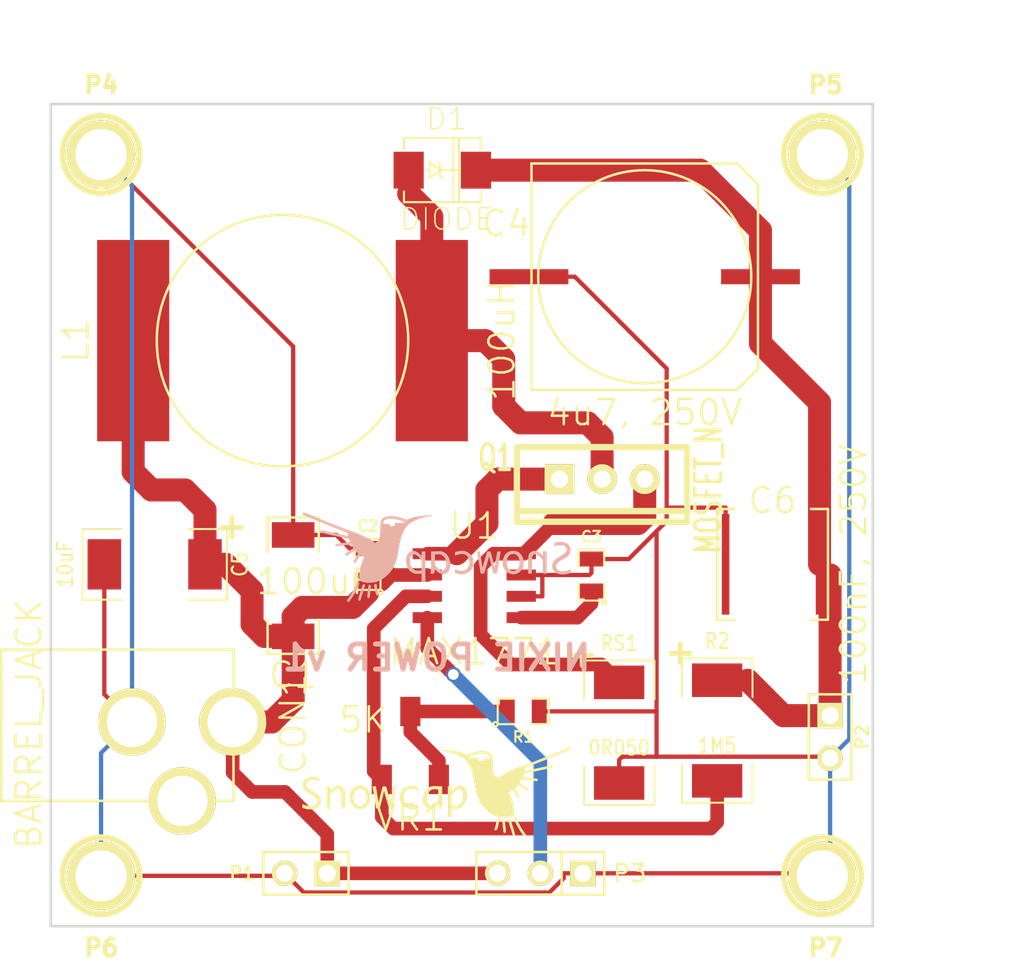
<source format=kicad_pcb>
(kicad_pcb (version 20171130) (host pcbnew "(5.1.12)-1")

  (general
    (thickness 1.6)
    (drawings 7)
    (tracks 136)
    (zones 0)
    (modules 24)
    (nets 11)
  )

  (page A3)
  (layers
    (0 F.Cu signal)
    (31 B.Cu signal)
    (32 B.Adhes user hide)
    (33 F.Adhes user hide)
    (34 B.Paste user)
    (35 F.Paste user)
    (36 B.SilkS user)
    (37 F.SilkS user)
    (38 B.Mask user)
    (39 F.Mask user)
    (40 Dwgs.User user)
    (41 Cmts.User user)
    (42 Eco1.User user)
    (43 Eco2.User user)
    (44 Edge.Cuts user)
  )

  (setup
    (last_trace_width 0.254)
    (user_trace_width 0.8128)
    (user_trace_width 1.3716)
    (trace_clearance 0.254)
    (zone_clearance 0.6096)
    (zone_45_only no)
    (trace_min 0.254)
    (via_size 0.889)
    (via_drill 0.635)
    (via_min_size 0.889)
    (via_min_drill 0.508)
    (uvia_size 0.508)
    (uvia_drill 0.127)
    (uvias_allowed no)
    (uvia_min_size 0.508)
    (uvia_min_drill 0.127)
    (edge_width 0.15)
    (segment_width 0.2)
    (pcb_text_width 0.3)
    (pcb_text_size 1.5 1.5)
    (mod_edge_width 0.15)
    (mod_text_size 1.5 1.5)
    (mod_text_width 0.15)
    (pad_size 4.7 0.9)
    (pad_drill 0)
    (pad_to_mask_clearance 0.2)
    (aux_axis_origin 0 0)
    (visible_elements 7FFFFFFF)
    (pcbplotparams
      (layerselection 0x00030_ffffffff)
      (usegerberextensions true)
      (usegerberattributes true)
      (usegerberadvancedattributes true)
      (creategerberjobfile true)
      (excludeedgelayer false)
      (linewidth 0.150000)
      (plotframeref false)
      (viasonmask false)
      (mode 1)
      (useauxorigin false)
      (hpglpennumber 1)
      (hpglpenspeed 20)
      (hpglpendiameter 15.000000)
      (psnegative false)
      (psa4output false)
      (plotreference true)
      (plotvalue true)
      (plotinvisibletext false)
      (padsonsilk false)
      (subtractmaskfromsilk false)
      (outputformat 1)
      (mirror false)
      (drillshape 0)
      (scaleselection 1)
      (outputdirectory "gerbers/"))
  )

  (net 0 "")
  (net 1 FB)
  (net 2 GND)
  (net 3 N-0000011)
  (net 4 N-000002)
  (net 5 N-000003)
  (net 6 N-000004)
  (net 7 N-000005)
  (net 8 N-000006)
  (net 9 N-000008)
  (net 10 N-000009)

  (net_class Default "This is the default net class."
    (clearance 0.254)
    (trace_width 0.254)
    (via_dia 0.889)
    (via_drill 0.635)
    (uvia_dia 0.508)
    (uvia_drill 0.127)
    (add_net FB)
    (add_net GND)
    (add_net N-0000011)
    (add_net N-000002)
    (add_net N-000003)
    (add_net N-000004)
    (add_net N-000005)
    (add_net N-000006)
    (add_net N-000008)
    (add_net N-000009)
  )

  (module TO220_VERT_GDS (layer F.Cu) (tedit 5399D9D8) (tstamp 538C9CDC)
    (at 62.865 46.355 270)
    (descr "Regulateur TO220 serie LM78xx")
    (tags "TR TO220")
    (path /53839160)
    (fp_text reference Q1 (at -1.27 6.35) (layer F.SilkS)
      (effects (font (size 1.524 1.016) (thickness 0.2032)))
    )
    (fp_text value MOSFET_N (at 0.635 -6.35 270) (layer F.SilkS)
      (effects (font (size 1.524 1.016) (thickness 0.2032)))
    )
    (fp_line (start -1.905 5.08) (end -1.905 -5.08) (layer F.SilkS) (width 0.381))
    (fp_line (start 1.905 5.08) (end -1.905 5.08) (layer F.SilkS) (width 0.381))
    (fp_line (start 1.905 -5.08) (end 1.905 5.08) (layer F.SilkS) (width 0.381))
    (fp_line (start -1.905 -5.08) (end 1.905 -5.08) (layer F.SilkS) (width 0.381))
    (fp_line (start 2.54 5.08) (end 1.905 5.08) (layer F.SilkS) (width 0.381))
    (fp_line (start 2.54 -5.08) (end 2.54 5.08) (layer F.SilkS) (width 0.381))
    (fp_line (start 1.905 -5.08) (end 2.54 -5.08) (layer F.SilkS) (width 0.381))
    (pad S thru_hole circle (at 0 -2.54 270) (size 1.778 1.778) (drill 1.016) (layers *.Cu *.Mask F.SilkS)
      (net 8 N-000006))
    (pad D thru_hole circle (at 0 0 270) (size 1.778 1.778) (drill 1.016) (layers *.Cu *.Mask F.SilkS)
      (net 10 N-000009))
    (pad G thru_hole rect (at 0 2.54 270) (size 1.778 1.778) (drill 1.016) (layers *.Cu *.Mask F.SilkS)
      (net 6 N-000004))
  )

  (module DO214 (layer F.Cu) (tedit 48AAA802) (tstamp 538C9D66)
    (at 53.34 27.94)
    (descr "DO214AC PACKAGE. MONODIRECTIONAL.")
    (tags "DO214AC PACKAGE. MONODIRECTIONAL.")
    (path /538392A9)
    (attr smd)
    (fp_text reference D1 (at 0.254 -3.048) (layer F.SilkS)
      (effects (font (size 1.27 1.27) (thickness 0.0889)))
    )
    (fp_text value DIODE (at 0.254 2.921) (layer F.SilkS)
      (effects (font (size 1.27 1.27) (thickness 0.0889)))
    )
    (fp_line (start -0.127 0) (end 0.98298 0) (layer F.SilkS) (width 0.127))
    (fp_line (start -0.127 0.3175) (end 0.03048 0.47498) (layer F.SilkS) (width 0.127))
    (fp_line (start -0.127 0) (end -0.127 0.3175) (layer F.SilkS) (width 0.127))
    (fp_line (start -0.127 -0.3175) (end -0.28448 -0.47498) (layer F.SilkS) (width 0.127))
    (fp_line (start -0.127 0) (end -0.127 -0.3175) (layer F.SilkS) (width 0.127))
    (fp_line (start -0.762 0.47498) (end -0.127 0) (layer F.SilkS) (width 0.127))
    (fp_line (start -0.762 0) (end -0.762 0.47498) (layer F.SilkS) (width 0.127))
    (fp_line (start -0.762 -0.47498) (end -0.762 0) (layer F.SilkS) (width 0.127))
    (fp_line (start -0.127 0) (end -0.762 -0.47498) (layer F.SilkS) (width 0.127))
    (fp_line (start -2.286 -1.27) (end -2.286 -1.905) (layer F.SilkS) (width 0.127))
    (fp_line (start 2.286 1.905) (end 2.286 1.27) (layer F.SilkS) (width 0.127))
    (fp_line (start -2.286 1.905) (end 2.286 1.905) (layer F.SilkS) (width 0.127))
    (fp_line (start -2.286 1.27) (end -2.286 1.905) (layer F.SilkS) (width 0.127))
    (fp_line (start 0.9906 1.905) (end 0.9906 -1.905) (layer F.SilkS) (width 0.127))
    (fp_line (start 0.6604 1.905) (end 0.6604 -1.905) (layer F.SilkS) (width 0.127))
    (fp_line (start 2.286 -1.905) (end 2.286 -1.27) (layer F.SilkS) (width 0.127))
    (fp_line (start -2.286 -1.905) (end 2.286 -1.905) (layer F.SilkS) (width 0.127))
    (fp_line (start -0.762 0) (end -0.9652 0) (layer F.SilkS) (width 0.127))
    (pad 1 smd rect (at -2.0066 0) (size 1.80086 2.19964) (layers F.Cu F.Paste F.Mask)
      (net 10 N-000009))
    (pad 2 smd rect (at 2.0066 0) (size 1.80086 2.19964) (layers F.Cu F.Paste F.Mask)
      (net 7 N-000005))
    (model smd/do214.wrl
      (at (xyz 0 0 0))
      (scale (xyz 1 1 1))
      (rotate (xyz 0 0 0))
    )
  )

  (module SM2512 (layer F.Cu) (tedit 538F3ED2) (tstamp 538C9CF9)
    (at 69.723 61.341 270)
    (tags "CMS SM")
    (path /5383934E)
    (attr smd)
    (fp_text reference R2 (at -5.334 0) (layer F.SilkS)
      (effects (font (size 0.889 0.762) (thickness 0.127)))
    )
    (fp_text value 1M5 (at 0.89916 0) (layer F.SilkS)
      (effects (font (size 0.889 0.762) (thickness 0.127)))
    )
    (fp_line (start -4.28244 2.10566) (end -1.99644 2.10566) (layer F.SilkS) (width 0.11938))
    (fp_line (start -1.99898 -2.10566) (end -4.28498 -2.10566) (layer F.SilkS) (width 0.11938))
    (fp_line (start 4.28244 -2.10566) (end 1.99644 -2.10566) (layer F.SilkS) (width 0.11938))
    (fp_line (start 1.99644 2.10566) (end 4.28244 2.10566) (layer F.SilkS) (width 0.11938))
    (fp_line (start 4.30022 -2.10058) (end 4.30022 2.10058) (layer F.SilkS) (width 0.11938))
    (fp_line (start -4.30022 -2.10058) (end -4.30022 2.10058) (layer F.SilkS) (width 0.11938))
    (fp_text user + (at -4.59994 2.30124 270) (layer F.SilkS)
      (effects (font (size 1.524 1.524) (thickness 0.29972)))
    )
    (pad 1 smd rect (at -2.99974 0 270) (size 1.99898 2.99974) (layers F.Cu F.Paste F.Mask)
      (net 7 N-000005))
    (pad 2 smd rect (at 2.99974 0 270) (size 1.99898 2.99974) (layers F.Cu F.Paste F.Mask)
      (net 1 FB))
    (model smd\chip_smd_pol_wide.wrl
      (at (xyz 0 0 0))
      (scale (xyz 0.35 0.35 0.35))
      (rotate (xyz 0 0 0))
    )
  )

  (module SM2512 (layer F.Cu) (tedit 538F3ED9) (tstamp 538C9D06)
    (at 63.881 61.468 270)
    (tags "CMS SM")
    (path /5383919E)
    (attr smd)
    (fp_text reference RS1 (at -5.334 0) (layer F.SilkS)
      (effects (font (size 0.889 0.762) (thickness 0.127)))
    )
    (fp_text value 0R050 (at 0.89916 0) (layer F.SilkS)
      (effects (font (size 0.889 0.762) (thickness 0.127)))
    )
    (fp_line (start -4.28244 2.10566) (end -1.99644 2.10566) (layer F.SilkS) (width 0.11938))
    (fp_line (start -1.99898 -2.10566) (end -4.28498 -2.10566) (layer F.SilkS) (width 0.11938))
    (fp_line (start 4.28244 -2.10566) (end 1.99644 -2.10566) (layer F.SilkS) (width 0.11938))
    (fp_line (start 1.99644 2.10566) (end 4.28244 2.10566) (layer F.SilkS) (width 0.11938))
    (fp_line (start 4.30022 -2.10058) (end 4.30022 2.10058) (layer F.SilkS) (width 0.11938))
    (fp_line (start -4.30022 -2.10058) (end -4.30022 2.10058) (layer F.SilkS) (width 0.11938))
    (fp_text user + (at -4.59994 2.30124 270) (layer F.SilkS)
      (effects (font (size 1.524 1.524) (thickness 0.29972)))
    )
    (pad 1 smd rect (at -2.99974 0 270) (size 1.99898 2.99974) (layers F.Cu F.Paste F.Mask)
      (net 8 N-000006))
    (pad 2 smd rect (at 2.99974 0 270) (size 1.99898 2.99974) (layers F.Cu F.Paste F.Mask)
      (net 2 GND))
    (model smd\chip_smd_pol_wide.wrl
      (at (xyz 0 0 0))
      (scale (xyz 0.35 0.35 0.35))
      (rotate (xyz 0 0 0))
    )
  )

  (module SM2512 (layer F.Cu) (tedit 538F4399) (tstamp 538C9D13)
    (at 36.195 51.435 180)
    (tags "CMS SM")
    (path /5383905E)
    (attr smd)
    (fp_text reference C5 (at -5.08 0 270) (layer F.SilkS)
      (effects (font (size 0.889 0.762) (thickness 0.127)))
    )
    (fp_text value 10uF (at 5.334 0 270) (layer F.SilkS)
      (effects (font (size 0.889 0.762) (thickness 0.127)))
    )
    (fp_line (start -4.28244 2.10566) (end -1.99644 2.10566) (layer F.SilkS) (width 0.11938))
    (fp_line (start -1.99898 -2.10566) (end -4.28498 -2.10566) (layer F.SilkS) (width 0.11938))
    (fp_line (start 4.28244 -2.10566) (end 1.99644 -2.10566) (layer F.SilkS) (width 0.11938))
    (fp_line (start 1.99644 2.10566) (end 4.28244 2.10566) (layer F.SilkS) (width 0.11938))
    (fp_line (start 4.30022 -2.10058) (end 4.30022 2.10058) (layer F.SilkS) (width 0.11938))
    (fp_line (start -4.30022 -2.10058) (end -4.30022 2.10058) (layer F.SilkS) (width 0.11938))
    (fp_text user + (at -4.59994 2.30124 180) (layer F.SilkS)
      (effects (font (size 1.524 1.524) (thickness 0.29972)))
    )
    (pad 1 smd rect (at -2.99974 0 180) (size 1.99898 2.99974) (layers F.Cu F.Paste F.Mask)
      (net 5 N-000003))
    (pad 2 smd rect (at 2.99974 0 180) (size 1.99898 2.99974) (layers F.Cu F.Paste F.Mask)
      (net 2 GND))
    (model smd\chip_smd_pol_wide.wrl
      (at (xyz 0 0 0))
      (scale (xyz 0.35 0.35 0.35))
      (rotate (xyz 0 0 0))
    )
  )

  (module SM0805 (layer F.Cu) (tedit 538F43C3) (tstamp 538C9D20)
    (at 58.166 60.198)
    (path /53839350)
    (attr smd)
    (fp_text reference R1 (at 0 1.524) (layer F.SilkS)
      (effects (font (size 0.635 0.635) (thickness 0.127)))
    )
    (fp_text value 10K (at 0 0) (layer F.SilkS) hide
      (effects (font (size 0.635 0.635) (thickness 0.127)))
    )
    (fp_line (start 1.524 0.762) (end 0.508 0.762) (layer F.SilkS) (width 0.127))
    (fp_line (start 1.524 -0.762) (end 1.524 0.762) (layer F.SilkS) (width 0.127))
    (fp_line (start 0.508 -0.762) (end 1.524 -0.762) (layer F.SilkS) (width 0.127))
    (fp_line (start -1.524 -0.762) (end -0.508 -0.762) (layer F.SilkS) (width 0.127))
    (fp_line (start -1.524 0.762) (end -1.524 -0.762) (layer F.SilkS) (width 0.127))
    (fp_line (start -0.508 0.762) (end -1.524 0.762) (layer F.SilkS) (width 0.127))
    (fp_circle (center -1.651 0.762) (end -1.651 0.635) (layer F.SilkS) (width 0.127))
    (pad 1 smd rect (at -0.9525 0) (size 0.889 1.397) (layers F.Cu F.Paste F.Mask)
      (net 3 N-0000011))
    (pad 2 smd rect (at 0.9525 0) (size 0.889 1.397) (layers F.Cu F.Paste F.Mask)
      (net 2 GND))
    (model smd/chip_cms.wrl
      (at (xyz 0 0 0))
      (scale (xyz 0.1 0.1 0.1))
      (rotate (xyz 0 0 0))
    )
  )

  (module SM0805 (layer F.Cu) (tedit 538F3F09) (tstamp 538C9D2D)
    (at 48.895 51.435 90)
    (path /538390A1)
    (attr smd)
    (fp_text reference C2 (at 2.286 0 180) (layer F.SilkS)
      (effects (font (size 0.635 0.635) (thickness 0.127)))
    )
    (fp_text value 100nF (at 0 0 90) (layer F.SilkS) hide
      (effects (font (size 0.635 0.635) (thickness 0.127)))
    )
    (fp_line (start 1.524 0.762) (end 0.508 0.762) (layer F.SilkS) (width 0.127))
    (fp_line (start 1.524 -0.762) (end 1.524 0.762) (layer F.SilkS) (width 0.127))
    (fp_line (start 0.508 -0.762) (end 1.524 -0.762) (layer F.SilkS) (width 0.127))
    (fp_line (start -1.524 -0.762) (end -0.508 -0.762) (layer F.SilkS) (width 0.127))
    (fp_line (start -1.524 0.762) (end -1.524 -0.762) (layer F.SilkS) (width 0.127))
    (fp_line (start -0.508 0.762) (end -1.524 0.762) (layer F.SilkS) (width 0.127))
    (fp_circle (center -1.651 0.762) (end -1.651 0.635) (layer F.SilkS) (width 0.127))
    (pad 1 smd rect (at -0.9525 0 90) (size 0.889 1.397) (layers F.Cu F.Paste F.Mask)
      (net 5 N-000003))
    (pad 2 smd rect (at 0.9525 0 90) (size 0.889 1.397) (layers F.Cu F.Paste F.Mask)
      (net 2 GND))
    (model smd/chip_cms.wrl
      (at (xyz 0 0 0))
      (scale (xyz 0.1 0.1 0.1))
      (rotate (xyz 0 0 0))
    )
  )

  (module SM0805 (layer F.Cu) (tedit 538F3EE2) (tstamp 538C9D3A)
    (at 62.23 52.07 90)
    (path /53839074)
    (attr smd)
    (fp_text reference C3 (at 2.286 0 180) (layer F.SilkS)
      (effects (font (size 0.635 0.635) (thickness 0.127)))
    )
    (fp_text value 100nF (at 0 0 90) (layer F.SilkS) hide
      (effects (font (size 0.635 0.635) (thickness 0.127)))
    )
    (fp_line (start 1.524 0.762) (end 0.508 0.762) (layer F.SilkS) (width 0.127))
    (fp_line (start 1.524 -0.762) (end 1.524 0.762) (layer F.SilkS) (width 0.127))
    (fp_line (start 0.508 -0.762) (end 1.524 -0.762) (layer F.SilkS) (width 0.127))
    (fp_line (start -1.524 -0.762) (end -0.508 -0.762) (layer F.SilkS) (width 0.127))
    (fp_line (start -1.524 0.762) (end -1.524 -0.762) (layer F.SilkS) (width 0.127))
    (fp_line (start -0.508 0.762) (end -1.524 0.762) (layer F.SilkS) (width 0.127))
    (fp_circle (center -1.651 0.762) (end -1.651 0.635) (layer F.SilkS) (width 0.127))
    (pad 1 smd rect (at -0.9525 0 90) (size 0.889 1.397) (layers F.Cu F.Paste F.Mask)
      (net 4 N-000002))
    (pad 2 smd rect (at 0.9525 0 90) (size 0.889 1.397) (layers F.Cu F.Paste F.Mask)
      (net 2 GND))
    (model smd/chip_cms.wrl
      (at (xyz 0 0 0))
      (scale (xyz 0.1 0.1 0.1))
      (rotate (xyz 0 0 0))
    )
  )

  (module PIN_ARRAY_2X1 (layer F.Cu) (tedit 4565C520) (tstamp 538C9D44)
    (at 76.454 61.722 270)
    (descr "Connecteurs 2 pins")
    (tags "CONN DEV")
    (path /53849CF4)
    (fp_text reference P2 (at 0 -1.905 270) (layer F.SilkS)
      (effects (font (size 0.762 0.762) (thickness 0.1524)))
    )
    (fp_text value CONN_2 (at 0 -1.905 270) (layer F.SilkS) hide
      (effects (font (size 0.762 0.762) (thickness 0.1524)))
    )
    (fp_line (start 2.54 1.27) (end -2.54 1.27) (layer F.SilkS) (width 0.1524))
    (fp_line (start 2.54 -1.27) (end 2.54 1.27) (layer F.SilkS) (width 0.1524))
    (fp_line (start -2.54 -1.27) (end 2.54 -1.27) (layer F.SilkS) (width 0.1524))
    (fp_line (start -2.54 1.27) (end -2.54 -1.27) (layer F.SilkS) (width 0.1524))
    (pad 1 thru_hole rect (at -1.27 0 270) (size 1.524 1.524) (drill 1.016) (layers *.Cu *.Mask F.SilkS)
      (net 7 N-000005))
    (pad 2 thru_hole circle (at 1.27 0 270) (size 1.524 1.524) (drill 1.016) (layers *.Cu *.Mask F.SilkS)
      (net 2 GND))
    (model pin_array/pins_array_2x1.wrl
      (at (xyz 0 0 0))
      (scale (xyz 1 1 1))
      (rotate (xyz 0 0 0))
    )
  )

  (module PIN_ARRAY_2X1 (layer F.Cu) (tedit 538F3EBC) (tstamp 538C9D4E)
    (at 45.212 69.85 180)
    (descr "Connecteurs 2 pins")
    (tags "CONN DEV")
    (path /53849E5F)
    (fp_text reference P1 (at 3.81 0 180) (layer F.SilkS)
      (effects (font (size 0.762 0.762) (thickness 0.1524)))
    )
    (fp_text value CONN_2 (at 0 -1.905 180) (layer F.SilkS) hide
      (effects (font (size 0.762 0.762) (thickness 0.1524)))
    )
    (fp_line (start 2.54 1.27) (end -2.54 1.27) (layer F.SilkS) (width 0.1524))
    (fp_line (start 2.54 -1.27) (end 2.54 1.27) (layer F.SilkS) (width 0.1524))
    (fp_line (start -2.54 -1.27) (end 2.54 -1.27) (layer F.SilkS) (width 0.1524))
    (fp_line (start -2.54 1.27) (end -2.54 -1.27) (layer F.SilkS) (width 0.1524))
    (pad 1 thru_hole rect (at -1.27 0 180) (size 1.524 1.524) (drill 1.016) (layers *.Cu *.Mask F.SilkS)
      (net 5 N-000003))
    (pad 2 thru_hole circle (at 1.27 0 180) (size 1.524 1.524) (drill 1.016) (layers *.Cu *.Mask F.SilkS)
      (net 2 GND))
    (model pin_array/pins_array_2x1.wrl
      (at (xyz 0 0 0))
      (scale (xyz 1 1 1))
      (rotate (xyz 0 0 0))
    )
  )

  (module SM2917 (layer F.Cu) (tedit 538F4396) (tstamp 538CB228)
    (at 44.45 52.705 90)
    (path /53839058)
    (fp_text reference C1 (at -5.334 0 180) (layer F.SilkS)
      (effects (font (size 1.5 1.5) (thickness 0.15)))
    )
    (fp_text value 100uF (at 0.254 1.27 180) (layer F.SilkS)
      (effects (font (size 1.5 1.5) (thickness 0.15)))
    )
    (fp_line (start -4.064 1.524) (end -2.032 1.524) (layer F.SilkS) (width 0.15))
    (fp_line (start -4.064 -1.524) (end -4.064 1.524) (layer F.SilkS) (width 0.15))
    (fp_line (start -4.064 -1.524) (end -2.032 -1.524) (layer F.SilkS) (width 0.15))
    (fp_line (start 4.064 1.524) (end 2.032 1.524) (layer F.SilkS) (width 0.15))
    (fp_line (start 4.064 -1.524) (end 4.064 1.524) (layer F.SilkS) (width 0.15))
    (fp_line (start 2.032 -1.524) (end 4.064 -1.524) (layer F.SilkS) (width 0.15))
    (pad 1 smd rect (at -3.0226 0 90) (size 1.524 2.54) (layers F.Cu F.Paste F.Mask)
      (net 5 N-000003))
    (pad 2 smd rect (at 3.0226 0 90) (size 1.524 2.54) (layers F.Cu F.Paste F.Mask)
      (net 2 GND))
    (model smd/Capacitors/c_2220.wrl
      (at (xyz 0 0 0))
      (scale (xyz 1.32 1.19 1))
      (rotate (xyz 0 0 0))
    )
  )

  (module SM2420_fc1 (layer F.Cu) (tedit 538F440D) (tstamp 538CB234)
    (at 73.025 51.435 180)
    (path /53839317)
    (fp_text reference C6 (at 0 3.81 180) (layer F.SilkS)
      (effects (font (size 1.5 1.5) (thickness 0.15)))
    )
    (fp_text value "100nF, 250V" (at -4.826 0 270) (layer F.SilkS)
      (effects (font (size 1.5 1.5) (thickness 0.15)))
    )
    (fp_line (start 3.302 3.302) (end 2.286 3.302) (layer F.SilkS) (width 0.15))
    (fp_line (start 3.302 -3.302) (end 3.302 3.302) (layer F.SilkS) (width 0.15))
    (fp_line (start 2.286 -3.302) (end 3.302 -3.302) (layer F.SilkS) (width 0.15))
    (fp_line (start -3.302 3.302) (end -2.286 3.302) (layer F.SilkS) (width 0.15))
    (fp_line (start -3.302 -3.302) (end -3.302 3.302) (layer F.SilkS) (width 0.15))
    (fp_line (start -2.286 -3.302) (end -3.302 -3.302) (layer F.SilkS) (width 0.15))
    (pad 1 smd rect (at -2.8 0 180) (size 0.45 6) (layers F.Cu F.Paste F.Mask)
      (net 7 N-000005))
    (pad 2 smd rect (at 2.8 0 180) (size 0.45 6) (layers F.Cu F.Paste F.Mask)
      (net 2 GND))
  )

  (module BARREL_JACK-PJ-002AH (layer F.Cu) (tedit 538F448E) (tstamp 538CC5C3)
    (at 37.846 65.532 180)
    (path /5387102E)
    (fp_text reference CON1 (at -6.604 4.572 270) (layer F.SilkS)
      (effects (font (size 1.5 1.5) (thickness 0.15)))
    )
    (fp_text value BARREL_JACK (at 9.144 4.572 270) (layer F.SilkS)
      (effects (font (size 1.5 1.5) (thickness 0.15)))
    )
    (fp_line (start -3.048 0) (end 10.795 0) (layer F.SilkS) (width 0.15))
    (fp_line (start -3.048 9.017) (end -3.048 0) (layer F.SilkS) (width 0.15))
    (fp_line (start 10.795 9.017) (end -3.048 9.017) (layer F.SilkS) (width 0.15))
    (fp_line (start 10.795 0) (end 10.795 9.017) (layer F.SilkS) (width 0.15))
    (pad 1 thru_hole circle (at -3 4.7 180) (size 4 4) (drill 3) (layers *.Cu *.Mask F.SilkS)
      (net 5 N-000003))
    (pad 2 thru_hole circle (at 3 4.7 180) (size 4 4) (drill 3) (layers *.Cu *.Mask F.SilkS)
      (net 2 GND))
    (pad 3 thru_hole circle (at 0 0 180) (size 4 4) (drill 3) (layers *.Cu *.Mask F.SilkS))
  )

  (module SOIC-8 (layer F.Cu) (tedit 538F3106) (tstamp 538F355A)
    (at 55.245 52.705 270)
    (path /53838E8C)
    (fp_text reference U1 (at -3.556 0) (layer F.SilkS)
      (effects (font (size 1.5 1.5) (thickness 0.15)))
    )
    (fp_text value MAX1771 (at 3.937 0) (layer F.SilkS)
      (effects (font (size 1.5 1.5) (thickness 0.15)))
    )
    (pad 1 smd rect (at -1.905 2.8 270) (size 0.65 1.75) (layers F.Cu F.Paste F.Mask)
      (net 6 N-000004))
    (pad 2 smd rect (at -0.635 2.8 270) (size 0.65 1.75) (layers F.Cu F.Paste F.Mask)
      (net 5 N-000003))
    (pad 3 smd rect (at 0.635 2.8 270) (size 0.65 1.75) (layers F.Cu F.Paste F.Mask)
      (net 1 FB))
    (pad 4 smd rect (at 1.905 2.8 270) (size 0.65 1.75) (layers F.Cu F.Paste F.Mask)
      (net 9 N-000008))
    (pad 5 smd rect (at 1.905 -2.8 270) (size 0.65 1.75) (layers F.Cu F.Paste F.Mask)
      (net 4 N-000002))
    (pad 6 smd rect (at 0.635 -2.8 270) (size 0.65 1.75) (layers F.Cu F.Paste F.Mask)
      (net 2 GND))
    (pad 7 smd rect (at -0.635 -2.8 270) (size 0.65 1.75) (layers F.Cu F.Paste F.Mask)
      (net 2 GND))
    (pad 8 smd rect (at -1.905 -2.8 270) (size 0.65 1.75) (layers F.Cu F.Paste F.Mask)
      (net 8 N-000006))
  )

  (module PIN_ARRAY_3X1 (layer F.Cu) (tedit 538F3EBF) (tstamp 538F3566)
    (at 59.182 69.85 180)
    (descr "Connecteur 3 pins")
    (tags "CONN DEV")
    (path /538F3488)
    (fp_text reference P3 (at -5.334 0 180) (layer F.SilkS)
      (effects (font (size 1.016 1.016) (thickness 0.1524)))
    )
    (fp_text value CONN_3 (at 0 -2.159 180) (layer F.SilkS) hide
      (effects (font (size 1.016 1.016) (thickness 0.1524)))
    )
    (fp_line (start -1.27 -1.27) (end -1.27 1.27) (layer F.SilkS) (width 0.1524))
    (fp_line (start 3.81 1.27) (end -3.81 1.27) (layer F.SilkS) (width 0.1524))
    (fp_line (start 3.81 -1.27) (end 3.81 1.27) (layer F.SilkS) (width 0.1524))
    (fp_line (start -3.81 -1.27) (end 3.81 -1.27) (layer F.SilkS) (width 0.1524))
    (fp_line (start -3.81 1.27) (end -3.81 -1.27) (layer F.SilkS) (width 0.1524))
    (pad 1 thru_hole rect (at -2.54 0 180) (size 1.524 1.524) (drill 1.016) (layers *.Cu *.Mask F.SilkS)
      (net 2 GND))
    (pad 2 thru_hole circle (at 0 0 180) (size 1.524 1.524) (drill 1.016) (layers *.Cu *.Mask F.SilkS)
      (net 9 N-000008))
    (pad 3 thru_hole circle (at 2.54 0 180) (size 1.524 1.524) (drill 1.016) (layers *.Cu *.Mask F.SilkS)
      (net 5 N-000003))
    (model pin_array/pins_array_3x1.wrl
      (at (xyz 0 0 0))
      (scale (xyz 1 1 1))
      (rotate (xyz 0 0 0))
    )
  )

  (module 3314S-TRIMPOT (layer F.Cu) (tedit 538F43BE) (tstamp 538F356D)
    (at 51.435 62.23 180)
    (path /538393E4)
    (fp_text reference VR1 (at 0 -4.318 180) (layer F.SilkS)
      (effects (font (size 1.5 1.5) (thickness 0.15)))
    )
    (fp_text value 5K (at 2.794 1.524 180) (layer F.SilkS)
      (effects (font (size 1.5 1.5) (thickness 0.15)))
    )
    (pad 3 smd rect (at -1.7 -2.025 180) (size 1.2 1.75) (layers F.Cu F.Paste F.Mask)
      (net 3 N-0000011))
    (pad 1 smd rect (at 1.7 -2.025 180) (size 1.2 1.75) (layers F.Cu F.Paste F.Mask)
      (net 1 FB))
    (pad 2 smd rect (at 0 2.025 180) (size 1.2 1.75) (layers F.Cu F.Paste F.Mask)
      (net 3 N-0000011))
  )

  (module UNI-PAC4B (layer F.Cu) (tedit 538F39B8) (tstamp 538F8B99)
    (at 43.815 38.1)
    (path /53839242)
    (fp_text reference L1 (at -12.319 0 90) (layer F.SilkS)
      (effects (font (size 1.5 1.5) (thickness 0.15)))
    )
    (fp_text value 100uH (at 13.081 0 90) (layer F.SilkS)
      (effects (font (size 1.5 1.5) (thickness 0.15)))
    )
    (fp_circle (center 0 0) (end 7.493 0.127) (layer F.SilkS) (width 0.15))
    (pad 1 smd rect (at -8.9 0) (size 4.3 12) (layers F.Cu F.Paste F.Mask)
      (net 5 N-000003))
    (pad 2 smd rect (at 8.9 0) (size 4.3 12) (layers F.Cu F.Paste F.Mask)
      (net 10 N-000009))
  )

  (module c_elec_13.5x13.8 (layer F.Cu) (tedit 5399D9D3) (tstamp 538C9CEC)
    (at 65.405 34.29)
    (path /538392BE)
    (fp_text reference C4 (at -8.255 -3.175) (layer F.SilkS)
      (effects (font (size 1.5 1.5) (thickness 0.15)))
    )
    (fp_text value "4u7, 250V" (at 0 8.1) (layer F.SilkS)
      (effects (font (size 1.5 1.5) (thickness 0.15)))
    )
    (fp_line (start 5.5 6.75) (end -6.75 6.75) (layer F.SilkS) (width 0.15))
    (fp_line (start 6.75 5.5) (end 5.5 6.75) (layer F.SilkS) (width 0.15))
    (fp_line (start 6.75 -5.5) (end 6.75 5.5) (layer F.SilkS) (width 0.15))
    (fp_line (start 5.5 -6.75) (end 6.75 -5.5) (layer F.SilkS) (width 0.15))
    (fp_line (start -6.75 -6.75) (end 5.5 -6.75) (layer F.SilkS) (width 0.15))
    (fp_line (start -6.75 6.75) (end -6.75 -6.75) (layer F.SilkS) (width 0.15))
    (fp_circle (center 0 0) (end 6.35 0) (layer F.SilkS) (width 0.15))
    (pad 2 smd rect (at -6.9 0) (size 4.7 0.9) (layers F.Cu F.Paste F.Mask)
      (net 2 GND))
    (pad 1 smd rect (at 6.9 0) (size 4.7 0.9) (layers F.Cu F.Paste F.Mask)
      (net 7 N-000005))
  )

  (module 1pin (layer F.Cu) (tedit 5399DAE3) (tstamp 5399E0B2)
    (at 33 27)
    (descr "module 1 pin (ou trou mecanique de percage)")
    (tags DEV)
    (path /5399D650)
    (fp_text reference P4 (at 0.02 -4.14) (layer F.SilkS)
      (effects (font (size 1.016 1.016) (thickness 0.254)))
    )
    (fp_text value CONN_1 (at 0 2.794) (layer F.SilkS) hide
      (effects (font (size 1.016 1.016) (thickness 0.254)))
    )
    (fp_circle (center 0 0) (end 0 -2.286) (layer F.SilkS) (width 0.381))
    (pad 1 thru_hole circle (at 0 0) (size 4.064 4.064) (drill 3.048) (layers *.Cu *.Mask F.SilkS)
      (net 2 GND))
  )

  (module 1pin (layer F.Cu) (tedit 5399DAE6) (tstamp 5399E0B8)
    (at 76 27)
    (descr "module 1 pin (ou trou mecanique de percage)")
    (tags DEV)
    (path /5399D65F)
    (fp_text reference P5 (at 0.2 -4.14) (layer F.SilkS)
      (effects (font (size 1.016 1.016) (thickness 0.254)))
    )
    (fp_text value CONN_1 (at 0 2.794) (layer F.SilkS) hide
      (effects (font (size 1.016 1.016) (thickness 0.254)))
    )
    (fp_circle (center 0 0) (end 0 -2.286) (layer F.SilkS) (width 0.381))
    (pad 1 thru_hole circle (at 0 0) (size 4.064 4.064) (drill 3.048) (layers *.Cu *.Mask F.SilkS)
      (net 2 GND))
  )

  (module 1pin (layer F.Cu) (tedit 5399DAEF) (tstamp 5399E0BE)
    (at 33 70)
    (descr "module 1 pin (ou trou mecanique de percage)")
    (tags DEV)
    (path /5399D66E)
    (fp_text reference P6 (at 0.02 4.295) (layer F.SilkS)
      (effects (font (size 1.016 1.016) (thickness 0.254)))
    )
    (fp_text value CONN_1 (at 0 2.794) (layer F.SilkS) hide
      (effects (font (size 1.016 1.016) (thickness 0.254)))
    )
    (fp_circle (center 0 0) (end 0 -2.286) (layer F.SilkS) (width 0.381))
    (pad 1 thru_hole circle (at 0 0) (size 4.064 4.064) (drill 3.048) (layers *.Cu *.Mask F.SilkS)
      (net 2 GND))
  )

  (module 1pin (layer F.Cu) (tedit 5399DAEA) (tstamp 5399E0C4)
    (at 76 70)
    (descr "module 1 pin (ou trou mecanique de percage)")
    (tags DEV)
    (path /5399D67D)
    (fp_text reference P7 (at 0.2 4.295) (layer F.SilkS)
      (effects (font (size 1.016 1.016) (thickness 0.254)))
    )
    (fp_text value CONN_1 (at 0 2.794) (layer F.SilkS) hide
      (effects (font (size 1.016 1.016) (thickness 0.254)))
    )
    (fp_circle (center 0 0) (end 0 -2.286) (layer F.SilkS) (width 0.381))
    (pad 1 thru_hole circle (at 0 0) (size 4.064 4.064) (drill 3.048) (layers *.Cu *.Mask F.SilkS)
      (net 2 GND))
  )

  (module LOGO_SNOWCAP_FRONT (layer F.Cu) (tedit 0) (tstamp 53BE575F)
    (at 53 65)
    (fp_text reference Noname_2 (at 0 5.08) (layer F.SilkS) hide
      (effects (font (size 1.524 1.524) (thickness 0.3048)))
    )
    (fp_text value "" (at 0 -5.08) (layer F.SilkS) hide
      (effects (font (size 1.524 1.524) (thickness 0.3048)))
    )
    (fp_poly (pts (xy -2.41808 -0.3302) (xy -2.41808 -0.32258) (xy -2.42316 -0.29972) (xy -2.42824 -0.26162)
      (xy -2.43586 -0.21336) (xy -2.44602 -0.1524) (xy -2.45618 -0.08382) (xy -2.46888 -0.00508)
      (xy -2.48412 0.08128) (xy -2.49936 0.17526) (xy -2.5146 0.27432) (xy -2.52222 0.3302)
      (xy -2.6289 0.98552) (xy -2.73304 0.98298) (xy -2.83464 0.98044) (xy -2.96164 0.55626)
      (xy -2.98704 0.47244) (xy -3.0099 0.3937) (xy -3.03276 0.3175) (xy -3.05308 0.24384)
      (xy -3.07086 0.18034) (xy -3.0861 0.127) (xy -3.09626 0.08128) (xy -3.10642 0.0508)
      (xy -3.10642 0.04318) (xy -3.11404 0.00762) (xy -3.12166 -0.02286) (xy -3.12674 -0.04064)
      (xy -3.12928 -0.04826) (xy -3.13436 -0.04064) (xy -3.13944 -0.02032) (xy -3.14452 0.00762)
      (xy -3.15214 0.04318) (xy -3.15722 0.06604) (xy -3.16738 0.10668) (xy -3.17754 0.15748)
      (xy -3.19278 0.2159) (xy -3.21056 0.28702) (xy -3.22834 0.36068) (xy -3.24866 0.44196)
      (xy -3.27152 0.52324) (xy -3.27914 0.5588) (xy -3.38836 0.98552) (xy -3.49504 0.98552)
      (xy -3.53822 0.98552) (xy -3.5687 0.98298) (xy -3.58648 0.98298) (xy -3.59918 0.98044)
      (xy -3.60426 0.97536) (xy -3.6068 0.96774) (xy -3.6068 0.95504) (xy -3.61188 0.92964)
      (xy -3.6195 0.89154) (xy -3.62712 0.84074) (xy -3.63728 0.77978) (xy -3.64744 0.70866)
      (xy -3.66268 0.62992) (xy -3.67538 0.54356) (xy -3.69062 0.45212) (xy -3.70586 0.35306)
      (xy -3.71094 0.32766) (xy -3.72618 0.23114) (xy -3.74142 0.13716) (xy -3.75666 0.04826)
      (xy -3.76936 -0.03302) (xy -3.78206 -0.10668) (xy -3.79222 -0.17272) (xy -3.79984 -0.22606)
      (xy -3.80746 -0.26924) (xy -3.81254 -0.29718) (xy -3.81508 -0.31242) (xy -3.81508 -0.31496)
      (xy -3.82016 -0.33528) (xy -3.71856 -0.33528) (xy -3.67284 -0.33528) (xy -3.64236 -0.33528)
      (xy -3.62204 -0.3302) (xy -3.61442 -0.32766) (xy -3.61442 -0.32512) (xy -3.61188 -0.3175)
      (xy -3.60934 -0.2921) (xy -3.60172 -0.25654) (xy -3.5941 -0.20828) (xy -3.58648 -0.14986)
      (xy -3.57632 -0.08636) (xy -3.56362 -0.0127) (xy -3.55092 0.0635) (xy -3.55092 0.07112)
      (xy -3.5306 0.19304) (xy -3.51536 0.30226) (xy -3.50012 0.3937) (xy -3.48742 0.4699)
      (xy -3.47726 0.53086) (xy -3.46964 0.57912) (xy -3.46202 0.61214) (xy -3.45694 0.63246)
      (xy -3.45694 0.63754) (xy -3.4544 0.63246) (xy -3.44932 0.61214) (xy -3.44424 0.5842)
      (xy -3.43916 0.5588) (xy -3.43408 0.5334) (xy -3.42646 0.49784) (xy -3.41376 0.44704)
      (xy -3.40106 0.38862) (xy -3.38328 0.32004) (xy -3.3655 0.24638) (xy -3.34518 0.17018)
      (xy -3.32486 0.0889) (xy -3.31978 0.07112) (xy -3.2131 -0.33274) (xy -3.11404 -0.33274)
      (xy -3.01498 -0.33274) (xy -2.90068 0.05588) (xy -2.87782 0.13462) (xy -2.85496 0.21336)
      (xy -2.8321 0.28956) (xy -2.81178 0.35814) (xy -2.79654 0.42164) (xy -2.7813 0.47498)
      (xy -2.77114 0.51562) (xy -2.76352 0.54356) (xy -2.75336 0.58674) (xy -2.74574 0.61214)
      (xy -2.74066 0.62738) (xy -2.73558 0.62738) (xy -2.73558 0.62484) (xy -2.73304 0.61214)
      (xy -2.72796 0.5842) (xy -2.72288 0.5461) (xy -2.71526 0.50038) (xy -2.70764 0.44958)
      (xy -2.70256 0.41656) (xy -2.6924 0.36068) (xy -2.68224 0.2921) (xy -2.66954 0.2159)
      (xy -2.65684 0.13462) (xy -2.64414 0.05334) (xy -2.63398 -0.0254) (xy -2.6289 -0.04826)
      (xy -2.61874 -0.11176) (xy -2.60858 -0.17272) (xy -2.60096 -0.22352) (xy -2.59588 -0.26924)
      (xy -2.5908 -0.30226) (xy -2.58572 -0.32258) (xy -2.58572 -0.3302) (xy -2.5781 -0.33274)
      (xy -2.56032 -0.33528) (xy -2.53238 -0.33528) (xy -2.5019 -0.33528) (xy -2.46888 -0.33528)
      (xy -2.44348 -0.33528) (xy -2.42316 -0.33274) (xy -2.41808 -0.3302)) (layer F.SilkS) (width 0.00254))
    (fp_poly (pts (xy -5.45846 0.98552) (xy -5.56768 0.98552) (xy -5.67436 0.98552) (xy -5.6769 0.51054)
      (xy -5.67944 0.39624) (xy -5.67944 0.29464) (xy -5.68198 0.20828) (xy -5.68452 0.13462)
      (xy -5.68452 0.0762) (xy -5.68706 0.03302) (xy -5.6896 0.00508) (xy -5.69214 -0.00508)
      (xy -5.70992 -0.05842) (xy -5.7404 -0.1016) (xy -5.7785 -0.13716) (xy -5.82422 -0.16002)
      (xy -5.85978 -0.16764) (xy -5.91312 -0.1651) (xy -5.969 -0.14732) (xy -6.02996 -0.11938)
      (xy -6.09092 -0.08128) (xy -6.14934 -0.03048) (xy -6.20776 0.0254) (xy -6.2611 0.09144)
      (xy -6.30936 0.16256) (xy -6.3119 0.16764) (xy -6.33984 0.2159) (xy -6.33984 0.59944)
      (xy -6.33984 0.98552) (xy -6.44906 0.98552) (xy -6.55574 0.98552) (xy -6.55574 0.32512)
      (xy -6.55574 -0.33528) (xy -6.44906 -0.33528) (xy -6.33984 -0.33528) (xy -6.33984 -0.19304)
      (xy -6.33984 -0.05334) (xy -6.31698 -0.07874) (xy -6.28396 -0.12446) (xy -6.25602 -0.15748)
      (xy -6.23062 -0.18542) (xy -6.20522 -0.20828) (xy -6.17982 -0.23368) (xy -6.17728 -0.23368)
      (xy -6.10362 -0.28702) (xy -6.02488 -0.32766) (xy -5.94614 -0.3556) (xy -5.8674 -0.3683)
      (xy -5.7912 -0.36576) (xy -5.71754 -0.34798) (xy -5.64642 -0.31496) (xy -5.63118 -0.3048)
      (xy -5.58292 -0.27178) (xy -5.54736 -0.23114) (xy -5.51688 -0.18542) (xy -5.49656 -0.13208)
      (xy -5.47878 -0.06858) (xy -5.46862 0.00762) (xy -5.46862 0.02032) (xy -5.46608 0.04572)
      (xy -5.46608 0.08382) (xy -5.46354 0.13462) (xy -5.461 0.19812) (xy -5.461 0.2667)
      (xy -5.461 0.34544) (xy -5.461 0.42672) (xy -5.461 0.51054) (xy -5.461 0.5461)
      (xy -5.45846 0.98552)) (layer F.SilkS) (width 0.00254))
    (fp_poly (pts (xy 0.37338 0.97536) (xy 0.37084 0.98044) (xy 0.35814 0.98298) (xy 0.34036 0.98298)
      (xy 0.30734 0.98552) (xy 0.26416 0.98552) (xy 0.26162 0.98552) (xy 0.14732 0.98552)
      (xy 0.13208 0.9017) (xy 0.127 0.85852) (xy 0.11938 0.8128) (xy 0.11684 0.77216)
      (xy 0.1143 0.75946) (xy 0.11176 0.72898) (xy 0.10922 0.70612) (xy 0.10668 0.69596)
      (xy 0.10414 0.69596) (xy 0.10414 0.43688) (xy 0.1016 0.14986) (xy 0.09906 -0.1397)
      (xy 0.05588 -0.14986) (xy 0.02794 -0.15494) (xy -0.00762 -0.16002) (xy -0.0508 -0.16256)
      (xy -0.07112 -0.1651) (xy -0.15494 -0.1651) (xy -0.2286 -0.1524) (xy -0.29464 -0.12954)
      (xy -0.35814 -0.09144) (xy -0.4191 -0.0381) (xy -0.42418 -0.03302) (xy -0.47244 0.02286)
      (xy -0.51308 0.08382) (xy -0.54102 0.1524) (xy -0.56134 0.22098) (xy -0.5715 0.26924)
      (xy -0.57658 0.32766) (xy -0.57912 0.38862) (xy -0.58166 0.45212) (xy -0.57658 0.51054)
      (xy -0.5715 0.5588) (xy -0.56642 0.58166) (xy -0.54102 0.65532) (xy -0.50546 0.71628)
      (xy -0.46228 0.762) (xy -0.42926 0.78486) (xy -0.381 0.80518) (xy -0.32512 0.80772)
      (xy -0.26924 0.79756) (xy -0.24892 0.78994) (xy -0.21336 0.7747) (xy -0.18034 0.75438)
      (xy -0.1651 0.74422) (xy -0.12446 0.71374) (xy -0.07874 0.6731) (xy -0.03302 0.62484)
      (xy 0.00762 0.57404) (xy 0.04572 0.52578) (xy 0.05334 0.51308) (xy 0.10414 0.43688)
      (xy 0.10414 0.69596) (xy 0.09906 0.70358) (xy 0.08636 0.71882) (xy 0.0762 0.73406)
      (xy 0.04572 0.77724) (xy 0.00508 0.82042) (xy -0.0381 0.8636) (xy -0.08382 0.9017)
      (xy -0.10414 0.91694) (xy -0.18796 0.9652) (xy -0.2667 0.99822) (xy -0.34544 1.016)
      (xy -0.42418 1.01854) (xy -0.4445 1.016) (xy -0.51054 1.00076) (xy -0.57404 0.97028)
      (xy -0.635 0.92964) (xy -0.69088 0.8763) (xy -0.7366 0.81534) (xy -0.76708 0.75946)
      (xy -0.77724 0.73152) (xy -0.78994 0.69342) (xy -0.8001 0.65278) (xy -0.8001 0.6477)
      (xy -0.81788 0.53848) (xy -0.82042 0.42672) (xy -0.8128 0.3175) (xy -0.79248 0.21082)
      (xy -0.762 0.10922) (xy -0.72136 0.0127) (xy -0.67056 -0.07366) (xy -0.6096 -0.14986)
      (xy -0.53848 -0.2159) (xy -0.52578 -0.22606) (xy -0.47244 -0.26416) (xy -0.4191 -0.29464)
      (xy -0.36322 -0.3175) (xy -0.32258 -0.3302) (xy -0.29718 -0.33528) (xy -0.27178 -0.34036)
      (xy -0.23876 -0.3429) (xy -0.2032 -0.34544) (xy -0.15748 -0.34798) (xy -0.1016 -0.34798)
      (xy -0.0381 -0.34544) (xy 0.04064 -0.34544) (xy 0.13208 -0.34036) (xy 0.14478 -0.34036)
      (xy 0.32766 -0.33528) (xy 0.32766 0.18034) (xy 0.32766 0.30226) (xy 0.32766 0.4064)
      (xy 0.3302 0.50038) (xy 0.3302 0.57912) (xy 0.33274 0.65024) (xy 0.33528 0.70866)
      (xy 0.33782 0.75946) (xy 0.34036 0.80518) (xy 0.34544 0.84328) (xy 0.35052 0.8763)
      (xy 0.3556 0.90932) (xy 0.36322 0.93726) (xy 0.37084 0.9652) (xy 0.37338 0.97028)
      (xy 0.37338 0.97536)) (layer F.SilkS) (width 0.00254))
    (fp_poly (pts (xy -1.09728 0.94488) (xy -1.1176 0.9525) (xy -1.13284 0.95758) (xy -1.16078 0.9652)
      (xy -1.19634 0.97536) (xy -1.21412 0.98044) (xy -1.33096 1.0033) (xy -1.44272 1.016)
      (xy -1.5494 1.01854) (xy -1.60274 1.016) (xy -1.67386 1.0033) (xy -1.75006 0.98298)
      (xy -1.82118 0.95504) (xy -1.87452 0.9271) (xy -1.94564 0.87884) (xy -2.00914 0.81788)
      (xy -2.06756 0.7493) (xy -2.11582 0.67564) (xy -2.12344 0.6604) (xy -2.159 0.57404)
      (xy -2.18186 0.48006) (xy -2.19456 0.38354) (xy -2.19456 0.28448) (xy -2.1844 0.18796)
      (xy -2.16408 0.09398) (xy -2.13106 0.01016) (xy -2.12852 0.00508) (xy -2.07772 -0.08128)
      (xy -2.01422 -0.15748) (xy -1.9431 -0.22606) (xy -1.86182 -0.28194) (xy -1.778 -0.32512)
      (xy -1.69926 -0.34798) (xy -1.61036 -0.36322) (xy -1.5113 -0.3683) (xy -1.40716 -0.36068)
      (xy -1.29794 -0.34544) (xy -1.18618 -0.32004) (xy -1.1557 -0.31242) (xy -1.09728 -0.29464)
      (xy -1.09728 -0.1905) (xy -1.09728 -0.14732) (xy -1.09728 -0.11938) (xy -1.09982 -0.1016)
      (xy -1.10236 -0.09144) (xy -1.10744 -0.0889) (xy -1.10998 -0.09144) (xy -1.12268 -0.09398)
      (xy -1.14808 -0.10414) (xy -1.1811 -0.1143) (xy -1.21412 -0.127) (xy -1.2573 -0.14224)
      (xy -1.30048 -0.15494) (xy -1.34112 -0.16764) (xy -1.36398 -0.17272) (xy -1.41478 -0.18034)
      (xy -1.4732 -0.18288) (xy -1.53162 -0.18288) (xy -1.58496 -0.18034) (xy -1.62814 -0.17272)
      (xy -1.70434 -0.14478) (xy -1.77038 -0.10414) (xy -1.8288 -0.0508) (xy -1.87706 0.0127)
      (xy -1.91262 0.08382) (xy -1.94056 0.16764) (xy -1.95326 0.25654) (xy -1.9558 0.31496)
      (xy -1.95326 0.38608) (xy -1.9431 0.4445) (xy -1.92786 0.50546) (xy -1.90246 0.56388)
      (xy -1.85928 0.64008) (xy -1.81102 0.70104) (xy -1.75514 0.7493) (xy -1.6891 0.78486)
      (xy -1.66624 0.79502) (xy -1.63322 0.80264) (xy -1.59004 0.81026) (xy -1.5367 0.8128)
      (xy -1.48336 0.81534) (xy -1.43002 0.81534) (xy -1.38176 0.8128) (xy -1.3589 0.81026)
      (xy -1.33096 0.80264) (xy -1.2954 0.79502) (xy -1.25222 0.78232) (xy -1.2065 0.76962)
      (xy -1.16332 0.75692) (xy -1.1303 0.74676) (xy -1.10998 0.73914) (xy -1.1049 0.73914)
      (xy -1.09982 0.74422) (xy -1.09728 0.75692) (xy -1.09728 0.77978) (xy -1.09728 0.81534)
      (xy -1.09728 0.84074) (xy -1.09728 0.94488)) (layer F.SilkS) (width 0.00254))
    (fp_poly (pts (xy -3.9497 0.381) (xy -3.95478 0.45466) (xy -3.96494 0.52324) (xy -3.98018 0.5842)
      (xy -4.00304 0.64516) (xy -4.0513 0.7366) (xy -4.10972 0.81788) (xy -4.1783 0.88392)
      (xy -4.18338 0.889) (xy -4.18338 0.31242) (xy -4.18846 0.21844) (xy -4.2037 0.13208)
      (xy -4.2291 0.0508) (xy -4.26466 -0.01778) (xy -4.3053 -0.07112) (xy -4.3561 -0.11938)
      (xy -4.40944 -0.1524) (xy -4.47294 -0.17526) (xy -4.54152 -0.18288) (xy -4.58724 -0.18288)
      (xy -4.62534 -0.18034) (xy -4.65582 -0.17526) (xy -4.68122 -0.17018) (xy -4.7117 -0.15748)
      (xy -4.71678 -0.15494) (xy -4.78028 -0.11684) (xy -4.83362 -0.06604) (xy -4.8768 -0.00254)
      (xy -4.91236 0.0762) (xy -4.92506 0.11684) (xy -4.93268 0.14224) (xy -4.93776 0.1651)
      (xy -4.9403 0.1905) (xy -4.94284 0.22352) (xy -4.94284 0.26162) (xy -4.94284 0.31496)
      (xy -4.94284 0.32512) (xy -4.94284 0.38862) (xy -4.9403 0.44196) (xy -4.93522 0.48768)
      (xy -4.9276 0.52578) (xy -4.9149 0.56388) (xy -4.89966 0.60198) (xy -4.88696 0.63246)
      (xy -4.84378 0.6985) (xy -4.79552 0.75438) (xy -4.7371 0.79502) (xy -4.67106 0.82296)
      (xy -4.59994 0.83566) (xy -4.52374 0.83566) (xy -4.50342 0.83312) (xy -4.43484 0.8128)
      (xy -4.37134 0.77978) (xy -4.31546 0.73406) (xy -4.26974 0.67564) (xy -4.23418 0.60706)
      (xy -4.20624 0.52324) (xy -4.18846 0.4318) (xy -4.18592 0.40894) (xy -4.18338 0.31242)
      (xy -4.18338 0.889) (xy -4.2545 0.9398) (xy -4.33832 0.98044) (xy -4.42976 1.00838)
      (xy -4.52628 1.02108) (xy -4.62026 1.01854) (xy -4.71678 1.0033) (xy -4.80568 0.97536)
      (xy -4.8895 0.93218) (xy -4.96316 0.8763) (xy -5.0292 0.81026) (xy -5.08508 0.73152)
      (xy -5.12826 0.64008) (xy -5.16128 0.54356) (xy -5.1689 0.51562) (xy -5.17398 0.48768)
      (xy -5.17906 0.45974) (xy -5.1816 0.42672) (xy -5.1816 0.38862) (xy -5.1816 0.33528)
      (xy -5.1816 0.32766) (xy -5.1816 0.27432) (xy -5.1816 0.23114) (xy -5.17906 0.19558)
      (xy -5.17652 0.16764) (xy -5.17144 0.1397) (xy -5.16636 0.11684) (xy -5.13334 0.02286)
      (xy -5.09016 -0.06604) (xy -5.03682 -0.14732) (xy -4.97332 -0.2159) (xy -4.90474 -0.27432)
      (xy -4.8895 -0.28448) (xy -4.82346 -0.32004) (xy -4.75234 -0.34544) (xy -4.67614 -0.36068)
      (xy -4.58978 -0.3683) (xy -4.53644 -0.36576) (xy -4.45516 -0.36068) (xy -4.38658 -0.34798)
      (xy -4.32308 -0.32766) (xy -4.26466 -0.29718) (xy -4.25196 -0.28956) (xy -4.191 -0.24638)
      (xy -4.13004 -0.1905) (xy -4.0767 -0.12446) (xy -4.03098 -0.05588) (xy -4.0005 0.0127)
      (xy -3.98272 0.06096) (xy -3.97002 0.1016) (xy -3.95986 0.14224) (xy -3.95478 0.18288)
      (xy -3.95224 0.23368) (xy -3.9497 0.29464) (xy -3.9497 0.29718) (xy -3.9497 0.381)) (layer F.SilkS) (width 0.00254))
    (fp_poly (pts (xy -6.89102 0.50292) (xy -6.89356 0.58674) (xy -6.91134 0.66802) (xy -6.93674 0.74168)
      (xy -6.97992 0.81534) (xy -7.03834 0.87884) (xy -7.10438 0.93472) (xy -7.18312 0.9779)
      (xy -7.27456 1.00838) (xy -7.32028 1.02108) (xy -7.36092 1.02616) (xy -7.41426 1.03124)
      (xy -7.47268 1.03632) (xy -7.53364 1.03632) (xy -7.59206 1.03632) (xy -7.64286 1.03632)
      (xy -7.68096 1.03124) (xy -7.74954 1.02108) (xy -7.82574 1.0033) (xy -7.90448 0.98044)
      (xy -7.93496 0.97028) (xy -8.001 0.94742) (xy -8.00354 0.83312) (xy -8.00608 0.72136)
      (xy -7.93242 0.75438) (xy -7.85114 0.78486) (xy -7.76224 0.8128) (xy -7.67588 0.83312)
      (xy -7.5946 0.84836) (xy -7.5184 0.85598) (xy -7.49808 0.85598) (xy -7.43712 0.8509)
      (xy -7.37362 0.8382) (xy -7.3152 0.82042) (xy -7.26186 0.79502) (xy -7.22122 0.76708)
      (xy -7.21614 0.762) (xy -7.1755 0.71628) (xy -7.14756 0.6604) (xy -7.12978 0.59944)
      (xy -7.12724 0.53848) (xy -7.12724 0.5334) (xy -7.13486 0.49276) (xy -7.14756 0.45212)
      (xy -7.16788 0.41402) (xy -7.19328 0.37592) (xy -7.23138 0.34036) (xy -7.2771 0.29972)
      (xy -7.33298 0.25908) (xy -7.40156 0.21336) (xy -7.48538 0.16256) (xy -7.54634 0.127)
      (xy -7.61238 0.0889) (xy -7.66572 0.05588) (xy -7.71144 0.02794) (xy -7.747 0.00254)
      (xy -7.78002 -0.02032) (xy -7.80796 -0.04572) (xy -7.8359 -0.07112) (xy -7.83844 -0.0762)
      (xy -7.8994 -0.14478) (xy -7.94258 -0.21844) (xy -7.97052 -0.29718) (xy -7.98322 -0.37846)
      (xy -7.98322 -0.41148) (xy -7.97814 -0.50038) (xy -7.95782 -0.57912) (xy -7.92734 -0.65024)
      (xy -7.88162 -0.71628) (xy -7.85114 -0.74676) (xy -7.7978 -0.79248) (xy -7.74446 -0.83058)
      (xy -7.68096 -0.85852) (xy -7.61238 -0.87884) (xy -7.52856 -0.89154) (xy -7.48538 -0.89662)
      (xy -7.42188 -0.9017) (xy -7.35076 -0.89916) (xy -7.2771 -0.89408) (xy -7.20344 -0.88646)
      (xy -7.13486 -0.8763) (xy -7.07644 -0.8636) (xy -7.0358 -0.84836) (xy -7.01294 -0.84074)
      (xy -7.01294 -0.74676) (xy -7.01294 -0.70866) (xy -7.01294 -0.67818) (xy -7.01548 -0.65532)
      (xy -7.01548 -0.6477) (xy -7.02564 -0.6477) (xy -7.04596 -0.65278) (xy -7.0739 -0.6604)
      (xy -7.08914 -0.66548) (xy -7.19328 -0.69342) (xy -7.3025 -0.7112) (xy -7.36092 -0.71628)
      (xy -7.44982 -0.71628) (xy -7.52602 -0.70358) (xy -7.5946 -0.67818) (xy -7.65302 -0.63754)
      (xy -7.67588 -0.61976) (xy -7.7089 -0.58166) (xy -7.72922 -0.54102) (xy -7.74192 -0.4953)
      (xy -7.74446 -0.43942) (xy -7.74446 -0.40386) (xy -7.73938 -0.3683) (xy -7.72922 -0.33782)
      (xy -7.71398 -0.30734) (xy -7.69366 -0.27686) (xy -7.66572 -0.24638) (xy -7.62762 -0.2159)
      (xy -7.57936 -0.18034) (xy -7.52094 -0.1397) (xy -7.45236 -0.09652) (xy -7.36854 -0.04572)
      (xy -7.34568 -0.03302) (xy -7.26694 0.01524) (xy -7.20344 0.05334) (xy -7.1501 0.0889)
      (xy -7.10692 0.12192) (xy -7.06882 0.14986) (xy -7.03834 0.1778) (xy -7.01294 0.20574)
      (xy -6.99008 0.23368) (xy -6.96722 0.2667) (xy -6.96214 0.27432) (xy -6.92658 0.34544)
      (xy -6.90118 0.42164) (xy -6.89102 0.50292)) (layer F.SilkS) (width 0.00254))
    (fp_poly (pts (xy 1.82118 0.20066) (xy 1.8161 0.31242) (xy 1.80086 0.41402) (xy 1.778 0.508)
      (xy 1.74244 0.5969) (xy 1.73228 0.61976) (xy 1.6764 0.71628) (xy 1.61036 0.8001)
      (xy 1.58242 0.82804) (xy 1.58242 0.27178) (xy 1.58242 0.18288) (xy 1.57226 0.1016)
      (xy 1.55448 0.02794) (xy 1.52654 -0.03302) (xy 1.49352 -0.08382) (xy 1.45288 -0.12192)
      (xy 1.40462 -0.14732) (xy 1.35636 -0.15748) (xy 1.30302 -0.15494) (xy 1.24714 -0.13716)
      (xy 1.18872 -0.10668) (xy 1.12776 -0.06604) (xy 1.06934 -0.0127) (xy 1.01092 0.0508)
      (xy 0.95504 0.12446) (xy 0.94742 0.13716) (xy 0.89662 0.21336) (xy 0.89662 0.50292)
      (xy 0.89662 0.78994) (xy 0.95758 0.80264) (xy 1.00838 0.81026) (xy 1.06426 0.81534)
      (xy 1.12014 0.81534) (xy 1.17094 0.8128) (xy 1.21158 0.80772) (xy 1.22428 0.80518)
      (xy 1.28016 0.7874) (xy 1.32842 0.762) (xy 1.37668 0.72644) (xy 1.4224 0.6858)
      (xy 1.4732 0.62484) (xy 1.51638 0.56134) (xy 1.54686 0.49022) (xy 1.56718 0.40894)
      (xy 1.57988 0.3175) (xy 1.58242 0.27178) (xy 1.58242 0.82804) (xy 1.53924 0.86868)
      (xy 1.4605 0.92202) (xy 1.37414 0.9652) (xy 1.28016 0.9906) (xy 1.27 0.99314)
      (xy 1.24206 0.99568) (xy 1.20396 0.99822) (xy 1.1557 0.99822) (xy 1.1049 0.99822)
      (xy 1.05156 0.99822) (xy 1.0033 0.99568) (xy 0.96012 0.99314) (xy 0.92964 0.98806)
      (xy 0.91948 0.98806) (xy 0.89662 0.98298) (xy 0.89662 1.23952) (xy 0.89662 1.49606)
      (xy 0.78486 1.49606) (xy 0.6731 1.49606) (xy 0.6731 0.57912) (xy 0.6731 -0.33782)
      (xy 0.78232 -0.33528) (xy 0.89154 -0.33274) (xy 0.89408 -0.1905) (xy 0.89662 -0.04826)
      (xy 0.94742 -0.1143) (xy 1.016 -0.19304) (xy 1.09474 -0.25908) (xy 1.17602 -0.30734)
      (xy 1.23698 -0.33528) (xy 1.29286 -0.3556) (xy 1.3462 -0.36576) (xy 1.40208 -0.36576)
      (xy 1.41986 -0.36576) (xy 1.4859 -0.35814) (xy 1.54432 -0.33528) (xy 1.60274 -0.30226)
      (xy 1.66116 -0.254) (xy 1.6637 -0.25146) (xy 1.69672 -0.22098) (xy 1.71958 -0.1905)
      (xy 1.74244 -0.15494) (xy 1.75768 -0.12446) (xy 1.78054 -0.06858) (xy 1.79832 -0.01524)
      (xy 1.81102 0.04318) (xy 1.81864 0.10922) (xy 1.82118 0.18796) (xy 1.82118 0.20066)) (layer F.SilkS) (width 0.00254))
    (fp_poly (pts (xy 7.99592 -2.58572) (xy 7.99084 -2.55778) (xy 7.9756 -2.53238) (xy 7.97306 -2.52984)
      (xy 7.96036 -2.52222) (xy 7.93496 -2.51206) (xy 7.8994 -2.49428) (xy 7.85622 -2.4765)
      (xy 7.8105 -2.45618) (xy 7.7978 -2.4511) (xy 7.76224 -2.43586) (xy 7.71398 -2.41554)
      (xy 7.65556 -2.39268) (xy 7.58444 -2.3622) (xy 7.50824 -2.33172) (xy 7.42696 -2.2987)
      (xy 7.3406 -2.2606) (xy 7.2517 -2.22504) (xy 7.16026 -2.18694) (xy 7.14502 -2.18186)
      (xy 6.96976 -2.11074) (xy 6.79196 -2.03708) (xy 6.60908 -1.96088) (xy 6.4262 -1.88722)
      (xy 6.24586 -1.8161) (xy 6.0706 -1.74498) (xy 5.90042 -1.67894) (xy 5.7404 -1.61544)
      (xy 5.59308 -1.55956) (xy 5.5753 -1.55194) (xy 5.51434 -1.52908) (xy 5.461 -1.50876)
      (xy 5.4102 -1.48844) (xy 5.36956 -1.4732) (xy 5.33654 -1.4605) (xy 5.31622 -1.45288)
      (xy 5.31114 -1.45034) (xy 5.30352 -1.44526) (xy 5.29844 -1.4351) (xy 5.29336 -1.41478)
      (xy 5.28828 -1.38684) (xy 5.28066 -1.34874) (xy 5.27558 -1.31318) (xy 5.27304 -1.2827)
      (xy 5.2705 -1.25984) (xy 5.2705 -1.25222) (xy 5.27812 -1.25476) (xy 5.30098 -1.25984)
      (xy 5.33654 -1.26746) (xy 5.3848 -1.27762) (xy 5.44576 -1.29032) (xy 5.51434 -1.30556)
      (xy 5.59562 -1.3208) (xy 5.68198 -1.34112) (xy 5.7785 -1.36144) (xy 5.8801 -1.3843)
      (xy 5.98678 -1.40716) (xy 6.06044 -1.4224) (xy 6.16966 -1.44526) (xy 6.27634 -1.46812)
      (xy 6.37794 -1.49098) (xy 6.47446 -1.5113) (xy 6.56082 -1.52908) (xy 6.6421 -1.54686)
      (xy 6.71068 -1.55956) (xy 6.77164 -1.57226) (xy 6.8199 -1.58242) (xy 6.85546 -1.59004)
      (xy 6.87578 -1.59258) (xy 6.88086 -1.59258) (xy 6.91642 -1.5875) (xy 6.93928 -1.56718)
      (xy 6.95452 -1.54178) (xy 6.95706 -1.52146) (xy 6.95198 -1.49098) (xy 6.9342 -1.46812)
      (xy 6.91642 -1.45796) (xy 6.90626 -1.45288) (xy 6.88086 -1.4478) (xy 6.84276 -1.43764)
      (xy 6.79196 -1.42748) (xy 6.72846 -1.41224) (xy 6.65734 -1.397) (xy 6.57352 -1.37668)
      (xy 6.48208 -1.35636) (xy 6.38556 -1.33604) (xy 6.28142 -1.31318) (xy 6.1722 -1.29032)
      (xy 6.06044 -1.26492) (xy 5.22732 -1.08458) (xy 5.19938 -1.00584) (xy 5.18414 -0.96266)
      (xy 5.17398 -0.93218) (xy 5.16636 -0.9144) (xy 5.16382 -0.90424) (xy 5.16636 -0.89916)
      (xy 5.1689 -0.89662) (xy 5.17144 -0.89662) (xy 5.18414 -0.89662) (xy 5.21208 -0.89154)
      (xy 5.25018 -0.88646) (xy 5.29844 -0.88138) (xy 5.35686 -0.87376) (xy 5.42036 -0.86614)
      (xy 5.4864 -0.85598) (xy 5.55752 -0.84582) (xy 5.62864 -0.8382) (xy 5.69722 -0.82804)
      (xy 5.76326 -0.81788) (xy 5.82422 -0.81026) (xy 5.8801 -0.8001) (xy 5.92582 -0.79502)
      (xy 5.95884 -0.78994) (xy 5.9817 -0.78486) (xy 5.99186 -0.78232) (xy 6.01726 -0.76454)
      (xy 6.0325 -0.7366) (xy 6.03504 -0.70358) (xy 6.02234 -0.67056) (xy 5.99948 -0.65024)
      (xy 5.969 -0.64008) (xy 5.96392 -0.64008) (xy 5.95122 -0.64262) (xy 5.92328 -0.64516)
      (xy 5.88264 -0.65024) (xy 5.83184 -0.65532) (xy 5.77088 -0.66294) (xy 5.7023 -0.6731)
      (xy 5.62864 -0.68072) (xy 5.54736 -0.69342) (xy 5.5118 -0.69596) (xy 5.43052 -0.70866)
      (xy 5.35686 -0.71628) (xy 5.28574 -0.72644) (xy 5.22478 -0.73406) (xy 5.17398 -0.73914)
      (xy 5.1308 -0.74422) (xy 5.10286 -0.74676) (xy 5.08762 -0.74676) (xy 5.08508 -0.74676)
      (xy 5.08 -0.73914) (xy 5.06984 -0.71882) (xy 5.05206 -0.68834) (xy 5.03174 -0.65278)
      (xy 5.01904 -0.63246) (xy 4.95808 -0.52578) (xy 5.19176 -0.37084) (xy 5.2451 -0.33274)
      (xy 5.2959 -0.29718) (xy 5.34162 -0.2667) (xy 5.38226 -0.23876) (xy 5.4102 -0.2159)
      (xy 5.43052 -0.20066) (xy 5.43814 -0.19304) (xy 5.45084 -0.16256) (xy 5.4483 -0.13208)
      (xy 5.42798 -0.10414) (xy 5.41782 -0.09144) (xy 5.40512 -0.08382) (xy 5.39242 -0.08128)
      (xy 5.37718 -0.08128) (xy 5.3594 -0.08636) (xy 5.33654 -0.09652) (xy 5.30606 -0.11176)
      (xy 5.26796 -0.13462) (xy 5.2197 -0.1651) (xy 5.16128 -0.2032) (xy 5.11302 -0.23622)
      (xy 5.05714 -0.27178) (xy 5.00634 -0.3048) (xy 4.96316 -0.33528) (xy 4.92506 -0.35814)
      (xy 4.89458 -0.37846) (xy 4.8768 -0.38862) (xy 4.87172 -0.39116) (xy 4.8641 -0.38608)
      (xy 4.84886 -0.37084) (xy 4.826 -0.35052) (xy 4.81584 -0.33782) (xy 4.79044 -0.31242)
      (xy 4.7625 -0.28702) (xy 4.72948 -0.25908) (xy 4.70154 -0.23622) (xy 4.67868 -0.21844)
      (xy 4.66852 -0.21082) (xy 4.6736 -0.20574) (xy 4.68376 -0.18542) (xy 4.70154 -0.15748)
      (xy 4.7244 -0.11938) (xy 4.75234 -0.07366) (xy 4.78282 -0.02286) (xy 4.80822 0.01778)
      (xy 4.84886 0.08636) (xy 4.88188 0.14224) (xy 4.90982 0.18796) (xy 4.9276 0.22352)
      (xy 4.9403 0.25146) (xy 4.94792 0.27178) (xy 4.95046 0.28956) (xy 4.94792 0.30226)
      (xy 4.9403 0.31242) (xy 4.93014 0.32512) (xy 4.92506 0.3302) (xy 4.89458 0.34798)
      (xy 4.86664 0.35052) (xy 4.8387 0.33782) (xy 4.82346 0.32512) (xy 4.8133 0.31242)
      (xy 4.79552 0.28702) (xy 4.77266 0.254) (xy 4.74472 0.21082) (xy 4.71424 0.16002)
      (xy 4.68122 0.10668) (xy 4.66852 0.08636) (xy 4.6355 0.03302) (xy 4.60756 -0.01524)
      (xy 4.57962 -0.05588) (xy 4.5593 -0.0889) (xy 4.54406 -0.1143) (xy 4.53644 -0.127)
      (xy 4.5339 -0.127) (xy 4.52628 -0.12446) (xy 4.5085 -0.1143) (xy 4.48056 -0.09652)
      (xy 4.44754 -0.0762) (xy 4.42722 -0.0635) (xy 4.32308 0) (xy 4.3434 0.04572)
      (xy 4.41706 0.22352) (xy 4.48056 0.40894) (xy 4.53644 0.60452) (xy 4.5593 0.70104)
      (xy 4.57708 0.79502) (xy 4.59232 0.89408) (xy 4.60502 0.99568) (xy 4.61264 1.09474)
      (xy 4.61772 1.18872) (xy 4.61772 1.26746) (xy 4.61518 1.35128) (xy 4.57962 1.38938)
      (xy 4.54914 1.41732) (xy 4.51866 1.44018) (xy 4.4831 1.45796) (xy 4.43992 1.4732)
      (xy 4.38658 1.48844) (xy 4.28752 1.5113) (xy 4.19608 1.52654) (xy 4.10718 1.53416)
      (xy 4.01066 1.5367) (xy 3.90906 1.52908) (xy 3.8862 1.52908) (xy 3.80746 1.52146)
      (xy 3.74142 1.5113) (xy 3.68554 1.50368) (xy 3.63474 1.49098) (xy 3.58394 1.47574)
      (xy 3.53314 1.45796) (xy 3.47472 1.4351) (xy 3.4544 1.42494) (xy 3.33248 1.36906)
      (xy 3.22072 1.30302) (xy 3.1877 1.28016) (xy 3.1877 -2.00406) (xy 3.18262 -2.03708)
      (xy 3.16738 -2.09804) (xy 3.14452 -2.14884) (xy 3.12166 -2.17678) (xy 3.0861 -2.20726)
      (xy 3.03784 -2.23266) (xy 2.9845 -2.25552) (xy 2.92862 -2.27076) (xy 2.89052 -2.27838)
      (xy 2.83972 -2.28092) (xy 2.7813 -2.28346) (xy 2.72034 -2.28346) (xy 2.6543 -2.28346)
      (xy 2.59334 -2.28092) (xy 2.53746 -2.27584) (xy 2.5019 -2.27076) (xy 2.43332 -2.25806)
      (xy 2.35712 -2.24282) (xy 2.2733 -2.2225) (xy 2.18694 -2.1971) (xy 2.10058 -2.17424)
      (xy 2.0193 -2.14884) (xy 1.94818 -2.12344) (xy 1.9304 -2.11582) (xy 1.8542 -2.08534)
      (xy 1.8923 -2.08026) (xy 1.94056 -2.07264) (xy 1.99644 -2.06756) (xy 2.06248 -2.05994)
      (xy 2.13106 -2.05232) (xy 2.20218 -2.0447) (xy 2.27076 -2.03962) (xy 2.3368 -2.03454)
      (xy 2.39522 -2.02946) (xy 2.44348 -2.02692) (xy 2.4765 -2.02438) (xy 2.47904 -2.02438)
      (xy 2.54254 -2.02438) (xy 2.5146 -2.00406) (xy 2.4892 -1.97866) (xy 2.47904 -1.95326)
      (xy 2.48158 -1.92532) (xy 2.48412 -1.9177) (xy 2.49936 -1.89484) (xy 2.52476 -1.87706)
      (xy 2.56286 -1.85928) (xy 2.58064 -1.85166) (xy 2.61366 -1.84658) (xy 2.6543 -1.84404)
      (xy 2.69748 -1.84658) (xy 2.73304 -1.85166) (xy 2.76098 -1.86182) (xy 2.76352 -1.86182)
      (xy 2.79146 -1.88722) (xy 2.8067 -1.91262) (xy 2.8067 -1.9431) (xy 2.79146 -1.97104)
      (xy 2.78638 -1.97866) (xy 2.77876 -1.98628) (xy 2.77622 -1.99136) (xy 2.77876 -1.99136)
      (xy 2.794 -1.99136) (xy 2.82194 -1.98628) (xy 2.84988 -1.9812) (xy 2.88798 -1.97612)
      (xy 2.93624 -1.97104) (xy 2.9845 -1.96596) (xy 3.00736 -1.96342) (xy 3.048 -1.96088)
      (xy 3.07594 -1.96088) (xy 3.09372 -1.96342) (xy 3.1115 -1.9685) (xy 3.12928 -1.97612)
      (xy 3.14198 -1.9812) (xy 3.1877 -2.00406) (xy 3.1877 1.28016) (xy 3.11404 1.22682)
      (xy 3.00736 1.14046) (xy 2.93624 1.07442) (xy 2.84988 0.98552) (xy 2.77114 0.9017)
      (xy 2.70256 0.81534) (xy 2.6416 0.72644) (xy 2.58572 0.63246) (xy 2.53238 0.53086)
      (xy 2.48158 0.4191) (xy 2.4384 0.31242) (xy 2.41554 0.254) (xy 2.39776 0.20066)
      (xy 2.37998 0.14478) (xy 2.36474 0.0889) (xy 2.3495 0.02794) (xy 2.33426 -0.04064)
      (xy 2.32156 -0.11684) (xy 2.30632 -0.2032) (xy 2.28854 -0.30226) (xy 2.28092 -0.34798)
      (xy 2.25552 -0.508) (xy 2.23012 -0.65024) (xy 2.20472 -0.78232) (xy 2.17932 -0.9017)
      (xy 2.15138 -1.01346) (xy 2.12344 -1.1176) (xy 2.09042 -1.21412) (xy 2.0574 -1.3081)
      (xy 2.0193 -1.39954) (xy 1.97866 -1.49098) (xy 1.9431 -1.56464) (xy 1.92532 -1.59766)
      (xy 1.89992 -1.64084) (xy 1.86944 -1.6891) (xy 1.83642 -1.73736) (xy 1.80086 -1.78816)
      (xy 1.7653 -1.83642) (xy 1.73228 -1.8796) (xy 1.70434 -1.9177) (xy 1.67894 -1.94564)
      (xy 1.66116 -1.96088) (xy 1.59004 -2.00914) (xy 1.50622 -2.05994) (xy 1.41224 -2.11074)
      (xy 1.31064 -2.16154) (xy 1.2065 -2.2098) (xy 1.09982 -2.25298) (xy 0.99822 -2.29362)
      (xy 0.89916 -2.32664) (xy 0.889 -2.32918) (xy 0.79502 -2.35458) (xy 0.71628 -2.37744)
      (xy 0.64262 -2.39522) (xy 0.57658 -2.40792) (xy 0.508 -2.42062) (xy 0.44196 -2.42824)
      (xy 0.3683 -2.43586) (xy 0.32512 -2.4384) (xy 0.28956 -2.44094) (xy 0.2667 -2.44348)
      (xy 0.254 -2.44856) (xy 0.24892 -2.45364) (xy 0.24892 -2.45872) (xy 0.24892 -2.46634)
      (xy 0.25654 -2.47142) (xy 0.26924 -2.4765) (xy 0.28956 -2.47904) (xy 0.3175 -2.48158)
      (xy 0.35814 -2.48158) (xy 0.40894 -2.47904) (xy 0.47498 -2.47904) (xy 0.54864 -2.4765)
      (xy 0.70866 -2.46888) (xy 0.85344 -2.45872) (xy 0.98552 -2.44348) (xy 1.10998 -2.42824)
      (xy 1.22428 -2.40792) (xy 1.33096 -2.38506) (xy 1.4351 -2.35712) (xy 1.53416 -2.3241)
      (xy 1.63322 -2.286) (xy 1.6764 -2.26822) (xy 1.7145 -2.25298) (xy 1.74752 -2.24028)
      (xy 1.77292 -2.23012) (xy 1.7907 -2.22758) (xy 1.8034 -2.23266) (xy 1.8288 -2.24282)
      (xy 1.85928 -2.25298) (xy 1.8796 -2.2606) (xy 1.94564 -2.286) (xy 2.02438 -2.3114)
      (xy 2.11074 -2.3368) (xy 2.19964 -2.35966) (xy 2.286 -2.38252) (xy 2.36728 -2.40284)
      (xy 2.44094 -2.41554) (xy 2.47396 -2.42062) (xy 2.54 -2.43078) (xy 2.6162 -2.43586)
      (xy 2.6924 -2.4384) (xy 2.76606 -2.44094) (xy 2.8321 -2.4384) (xy 2.8702 -2.43332)
      (xy 2.9718 -2.41808) (xy 3.0607 -2.39014) (xy 3.13944 -2.35458) (xy 3.20294 -2.3114)
      (xy 3.25628 -2.25806) (xy 3.29438 -2.1971) (xy 3.30708 -2.16916) (xy 3.3147 -2.14376)
      (xy 3.32232 -2.11582) (xy 3.32994 -2.0828) (xy 3.33502 -2.04216) (xy 3.3401 -1.9939)
      (xy 3.34518 -1.93802) (xy 3.35026 -1.86944) (xy 3.3528 -1.78816) (xy 3.35788 -1.69418)
      (xy 3.35788 -1.6764) (xy 3.36296 -1.5621) (xy 3.36804 -1.4605) (xy 3.37312 -1.37414)
      (xy 3.38074 -1.29794) (xy 3.38836 -1.23444) (xy 3.39598 -1.17856) (xy 3.40614 -1.1303)
      (xy 3.4163 -1.0922) (xy 3.42646 -1.05664) (xy 3.4417 -1.02616) (xy 3.44932 -1.01092)
      (xy 3.45694 -1.00076) (xy 3.46964 -0.98552) (xy 3.48742 -0.97028) (xy 3.51028 -0.9525)
      (xy 3.5433 -0.92456) (xy 3.57632 -0.9017) (xy 3.6576 -0.8382) (xy 3.70586 -0.87376)
      (xy 3.7592 -0.9144) (xy 3.82524 -0.95758) (xy 3.90144 -1.00584) (xy 3.9878 -1.05664)
      (xy 4.08178 -1.10998) (xy 4.1783 -1.16078) (xy 4.27482 -1.21158) (xy 4.37388 -1.25984)
      (xy 4.4704 -1.30556) (xy 4.53136 -1.33096) (xy 4.59994 -1.36144) (xy 4.67868 -1.39192)
      (xy 4.75996 -1.42494) (xy 4.84378 -1.45542) (xy 4.9276 -1.48844) (xy 5.00888 -1.51638)
      (xy 5.08254 -1.54178) (xy 5.14858 -1.56464) (xy 5.20192 -1.57988) (xy 5.20446 -1.57988)
      (xy 5.24002 -1.59258) (xy 5.28828 -1.60782) (xy 5.35178 -1.63068) (xy 5.42798 -1.66116)
      (xy 5.51688 -1.69418) (xy 5.61848 -1.73228) (xy 5.73024 -1.77546) (xy 5.85216 -1.82372)
      (xy 5.98424 -1.87706) (xy 6.12648 -1.93294) (xy 6.27634 -1.9939) (xy 6.43636 -2.0574)
      (xy 6.604 -2.12598) (xy 6.77672 -2.1971) (xy 6.95706 -2.27076) (xy 7.14502 -2.34696)
      (xy 7.33552 -2.4257) (xy 7.53364 -2.50698) (xy 7.70128 -2.5781) (xy 7.76224 -2.6035)
      (xy 7.81304 -2.62382) (xy 7.85114 -2.63906) (xy 7.87908 -2.64922) (xy 7.90194 -2.65684)
      (xy 7.91718 -2.65938) (xy 7.92734 -2.66192) (xy 7.9375 -2.65938) (xy 7.94766 -2.65684)
      (xy 7.9502 -2.65684) (xy 7.9756 -2.6416) (xy 7.99084 -2.6162) (xy 7.99592 -2.58572)) (layer F.SilkS) (width 0.00254))
    (fp_poly (pts (xy 3.71348 1.7145) (xy 3.71348 1.75768) (xy 3.7084 1.81356) (xy 3.70078 1.87452)
      (xy 3.69062 1.93802) (xy 3.68046 1.99644) (xy 3.66776 2.04724) (xy 3.66522 2.0574)
      (xy 3.64744 2.11836) (xy 3.62712 2.17424) (xy 3.6068 2.2225) (xy 3.58394 2.25806)
      (xy 3.56362 2.28346) (xy 3.556 2.28854) (xy 3.52552 2.29616) (xy 3.4925 2.29108)
      (xy 3.47218 2.28092) (xy 3.45186 2.2606) (xy 3.44424 2.2352) (xy 3.44932 2.20218)
      (xy 3.46456 2.16154) (xy 3.46964 2.15138) (xy 3.49504 2.08788) (xy 3.5179 2.01168)
      (xy 3.53568 1.92786) (xy 3.55092 1.8288) (xy 3.56108 1.72212) (xy 3.56616 1.68402)
      (xy 3.5687 1.65862) (xy 3.57378 1.64084) (xy 3.57886 1.63068) (xy 3.58902 1.62052)
      (xy 3.6195 1.60274) (xy 3.64998 1.60274) (xy 3.68046 1.61544) (xy 3.69062 1.6256)
      (xy 3.70332 1.63576) (xy 3.7084 1.64846) (xy 3.71348 1.66624) (xy 3.71348 1.69164)
      (xy 3.71348 1.7145)) (layer F.SilkS) (width 0.00254))
    (fp_poly (pts (xy 4.13004 2.35204) (xy 4.13004 2.3749) (xy 4.13004 2.39014) (xy 4.12496 2.40284)
      (xy 4.12242 2.413) (xy 4.11734 2.41808) (xy 4.10972 2.4257) (xy 4.10718 2.42824)
      (xy 4.0767 2.44602) (xy 4.04876 2.44856) (xy 4.02082 2.43586) (xy 4.01066 2.4257)
      (xy 3.99288 2.40538) (xy 3.98272 2.37998) (xy 3.98272 2.37744) (xy 3.98018 2.3622)
      (xy 3.97764 2.33426) (xy 3.97256 2.29616) (xy 3.96748 2.24536) (xy 3.9624 2.18694)
      (xy 3.95478 2.1209) (xy 3.94716 2.05232) (xy 3.94716 2.03454) (xy 3.937 1.9558)
      (xy 3.93192 1.88976) (xy 3.92684 1.83896) (xy 3.9243 1.79832) (xy 3.92176 1.7653)
      (xy 3.91922 1.74244) (xy 3.91922 1.72466) (xy 3.92176 1.71196) (xy 3.92176 1.70434)
      (xy 3.92684 1.69672) (xy 3.92938 1.6891) (xy 3.9497 1.6637) (xy 3.97764 1.651)
      (xy 4.00812 1.651) (xy 4.03352 1.6637) (xy 4.05384 1.68402) (xy 4.05892 1.69418)
      (xy 4.064 1.7145) (xy 4.06908 1.74752) (xy 4.07416 1.79324) (xy 4.08178 1.85166)
      (xy 4.0894 1.92278) (xy 4.09956 2.00914) (xy 4.10972 2.09804) (xy 4.11734 2.1717)
      (xy 4.12242 2.23266) (xy 4.1275 2.28346) (xy 4.13004 2.32156) (xy 4.13004 2.35204)) (layer F.SilkS) (width 0.00254))
    (fp_poly (pts (xy 4.67614 2.53238) (xy 4.66852 2.56286) (xy 4.65074 2.58572) (xy 4.6228 2.59842)
      (xy 4.59486 2.6035) (xy 4.56438 2.59334) (xy 4.55676 2.5908) (xy 4.54406 2.57556)
      (xy 4.53136 2.5527) (xy 4.52882 2.54254) (xy 4.52374 2.52984) (xy 4.51358 2.5019)
      (xy 4.50088 2.46126) (xy 4.48564 2.413) (xy 4.4704 2.35712) (xy 4.45008 2.29362)
      (xy 4.42976 2.22504) (xy 4.4069 2.15646) (xy 4.38658 2.08534) (xy 4.36372 2.01422)
      (xy 4.3434 1.94818) (xy 4.32562 1.88468) (xy 4.30784 1.8288) (xy 4.29514 1.78054)
      (xy 4.28244 1.74244) (xy 4.27482 1.7145) (xy 4.27228 1.7018) (xy 4.26974 1.67894)
      (xy 4.27482 1.6637) (xy 4.29768 1.63576) (xy 4.32562 1.62052) (xy 4.35356 1.61798)
      (xy 4.3815 1.6256) (xy 4.40436 1.64846) (xy 4.41452 1.6637) (xy 4.42214 1.68148)
      (xy 4.4323 1.71196) (xy 4.445 1.7526) (xy 4.46024 1.8034) (xy 4.47802 1.86436)
      (xy 4.49834 1.92786) (xy 4.5212 1.99644) (xy 4.54152 2.06756) (xy 4.56438 2.13868)
      (xy 4.5847 2.2098) (xy 4.60502 2.27838) (xy 4.6228 2.34188) (xy 4.64058 2.4003)
      (xy 4.65328 2.44856) (xy 4.66344 2.4892) (xy 4.67106 2.51714) (xy 4.67614 2.53238)) (layer F.SilkS) (width 0.00254))
    (fp_poly (pts (xy 5.33908 2.60604) (xy 5.33146 2.62382) (xy 5.31876 2.63906) (xy 5.29844 2.66192)
      (xy 5.27304 2.66954) (xy 5.25272 2.667) (xy 5.23748 2.66446) (xy 5.22224 2.6543)
      (xy 5.207 2.63906) (xy 5.18668 2.6162) (xy 5.16128 2.58318) (xy 5.1308 2.54508)
      (xy 4.99872 2.35204) (xy 4.87426 2.14884) (xy 4.75742 1.93294) (xy 4.66344 1.73482)
      (xy 4.64058 1.68148) (xy 4.6228 1.64338) (xy 4.61264 1.6129) (xy 4.60756 1.59004)
      (xy 4.60502 1.57226) (xy 4.60502 1.55702) (xy 4.6101 1.54178) (xy 4.62534 1.52146)
      (xy 4.65074 1.50876) (xy 4.67614 1.50114) (xy 4.69392 1.50114) (xy 4.70916 1.50622)
      (xy 4.72186 1.51638) (xy 4.7371 1.53416) (xy 4.75234 1.55956) (xy 4.77012 1.59512)
      (xy 4.79298 1.64338) (xy 4.79806 1.66116) (xy 4.8641 1.80086) (xy 4.93776 1.9431)
      (xy 5.0165 2.08534) (xy 5.10032 2.2225) (xy 5.18414 2.35204) (xy 5.26542 2.46888)
      (xy 5.27558 2.48412) (xy 5.30606 2.52476) (xy 5.32638 2.55778) (xy 5.33654 2.58318)
      (xy 5.33908 2.60604)) (layer F.SilkS) (width 0.00254))
  )

  (module LOGO_SNOWCAP_BACK (layer B.Cu) (tedit 527E936D) (tstamp 53BE57D9)
    (at 53 51)
    (fp_text reference Noname_1 (at 0 -28.956) (layer B.SilkS) hide
      (effects (font (size 1.524 1.524) (thickness 0.3048)) (justify mirror))
    )
    (fp_text value "" (at 0 28.956) (layer B.SilkS) hide
      (effects (font (size 1.524 1.524) (thickness 0.3048)) (justify mirror))
    )
    (fp_poly (pts (xy 6.55574 0.98552) (xy 6.44906 0.98552) (xy 6.33984 0.98552) (xy 6.33984 0.59944)
      (xy 6.33984 0.2159) (xy 6.3119 0.16764) (xy 6.26618 0.09652) (xy 6.21284 0.03048)
      (xy 6.15442 -0.0254) (xy 6.096 -0.0762) (xy 6.03504 -0.11684) (xy 5.97408 -0.14478)
      (xy 5.91566 -0.16256) (xy 5.86232 -0.16764) (xy 5.85978 -0.16764) (xy 5.80898 -0.15494)
      (xy 5.7658 -0.127) (xy 5.73024 -0.0889) (xy 5.7023 -0.04318) (xy 5.69214 -0.00508)
      (xy 5.6896 0.01524) (xy 5.68706 0.04826) (xy 5.68452 0.09652) (xy 5.68198 0.16002)
      (xy 5.68198 0.23876) (xy 5.67944 0.33274) (xy 5.67944 0.43942) (xy 5.6769 0.51054)
      (xy 5.67436 0.98552) (xy 5.56768 0.98552) (xy 5.45846 0.98552) (xy 5.45846 0.5461)
      (xy 5.461 0.42926) (xy 5.461 0.32512) (xy 5.461 0.23622) (xy 5.46354 0.15748)
      (xy 5.46608 0.09144) (xy 5.46862 0.03556) (xy 5.47116 -0.0127) (xy 5.47624 -0.05334)
      (xy 5.48132 -0.0889) (xy 5.48894 -0.11684) (xy 5.4991 -0.14224) (xy 5.50672 -0.16764)
      (xy 5.51688 -0.18542) (xy 5.55244 -0.23876) (xy 5.6007 -0.28448) (xy 5.65658 -0.32258)
      (xy 5.72262 -0.34798) (xy 5.7912 -0.36576) (xy 5.842 -0.3683) (xy 5.92328 -0.36068)
      (xy 6.00202 -0.33782) (xy 6.0833 -0.29972) (xy 6.1595 -0.24892) (xy 6.17728 -0.23368)
      (xy 6.20522 -0.21082) (xy 6.22808 -0.18542) (xy 6.25348 -0.16002) (xy 6.28142 -0.12446)
      (xy 6.31698 -0.08128) (xy 6.31698 -0.07874) (xy 6.33984 -0.05334) (xy 6.33984 -0.19304)
      (xy 6.33984 -0.33528) (xy 6.44906 -0.33528) (xy 6.55574 -0.33528) (xy 6.55574 0.32512)
      (xy 6.55574 0.98552)) (layer B.SilkS) (width 0.00254))
    (fp_poly (pts (xy 3.82016 -0.33528) (xy 3.81508 -0.31496) (xy 3.81254 -0.30226) (xy 3.81 -0.27686)
      (xy 3.80238 -0.23876) (xy 3.79476 -0.18796) (xy 3.7846 -0.12446) (xy 3.7719 -0.05334)
      (xy 3.7592 0.0254) (xy 3.7465 0.1143) (xy 3.73126 0.20574) (xy 3.71348 0.30226)
      (xy 3.71094 0.32766) (xy 3.69316 0.42672) (xy 3.68046 0.5207) (xy 3.66522 0.60706)
      (xy 3.65252 0.68834) (xy 3.63982 0.762) (xy 3.62966 0.8255) (xy 3.6195 0.88138)
      (xy 3.61442 0.92202) (xy 3.60934 0.94996) (xy 3.6068 0.9652) (xy 3.6068 0.96774)
      (xy 3.60426 0.97282) (xy 3.59918 0.9779) (xy 3.58902 0.98298) (xy 3.57124 0.98298)
      (xy 3.5433 0.98552) (xy 3.50266 0.98552) (xy 3.49504 0.98552) (xy 3.38836 0.98552)
      (xy 3.27914 0.5588) (xy 3.25882 0.47498) (xy 3.2385 0.3937) (xy 3.21818 0.3175)
      (xy 3.2004 0.24384) (xy 3.18516 0.18034) (xy 3.16992 0.12446) (xy 3.15976 0.08128)
      (xy 3.15468 0.0508) (xy 3.15214 0.04318) (xy 3.14452 0.00508) (xy 3.1369 -0.02286)
      (xy 3.13436 -0.04064) (xy 3.12928 -0.04826) (xy 3.12674 -0.04064) (xy 3.12166 -0.02032)
      (xy 3.11404 0.00762) (xy 3.10642 0.04318) (xy 3.10134 0.06604) (xy 3.09118 0.10668)
      (xy 3.07848 0.15494) (xy 3.0607 0.2159) (xy 3.04038 0.28448) (xy 3.02006 0.35814)
      (xy 2.9972 0.43688) (xy 2.9718 0.5207) (xy 2.96164 0.55626) (xy 2.83464 0.98044)
      (xy 2.73304 0.98298) (xy 2.6289 0.98552) (xy 2.52222 0.3302) (xy 2.50698 0.23114)
      (xy 2.49174 0.13462) (xy 2.4765 0.04318) (xy 2.4638 -0.0381) (xy 2.4511 -0.1143)
      (xy 2.44094 -0.18034) (xy 2.43332 -0.23622) (xy 2.4257 -0.2794) (xy 2.42062 -0.30988)
      (xy 2.41808 -0.32766) (xy 2.41808 -0.3302) (xy 2.4257 -0.33274) (xy 2.44348 -0.33528)
      (xy 2.47142 -0.33528) (xy 2.5019 -0.33528) (xy 2.53492 -0.33528) (xy 2.56032 -0.33528)
      (xy 2.5781 -0.33274) (xy 2.58572 -0.3302) (xy 2.58572 -0.32004) (xy 2.5908 -0.29718)
      (xy 2.59588 -0.26162) (xy 2.6035 -0.2159) (xy 2.61112 -0.16256) (xy 2.62128 -0.1016)
      (xy 2.6289 -0.04826) (xy 2.6416 0.02794) (xy 2.6543 0.10922) (xy 2.667 0.1905)
      (xy 2.6797 0.26924) (xy 2.68986 0.34036) (xy 2.70002 0.39878) (xy 2.70256 0.41656)
      (xy 2.71018 0.4699) (xy 2.7178 0.5207) (xy 2.72542 0.56388) (xy 2.7305 0.5969)
      (xy 2.73304 0.61722) (xy 2.73558 0.62484) (xy 2.73812 0.62738) (xy 2.7432 0.61976)
      (xy 2.74828 0.59944) (xy 2.75844 0.56388) (xy 2.76352 0.54356) (xy 2.7686 0.51562)
      (xy 2.7813 0.47498) (xy 2.794 0.42164) (xy 2.81178 0.36068) (xy 2.8321 0.2921)
      (xy 2.85242 0.2159) (xy 2.87528 0.13716) (xy 2.90068 0.05842) (xy 2.90068 0.05588)
      (xy 3.01498 -0.33274) (xy 3.11404 -0.33274) (xy 3.2131 -0.33274) (xy 3.31978 0.07112)
      (xy 3.3401 0.1524) (xy 3.36042 0.23114) (xy 3.38074 0.3048) (xy 3.39598 0.37592)
      (xy 3.41122 0.43688) (xy 3.42392 0.48768) (xy 3.43408 0.52832) (xy 3.43916 0.55372)
      (xy 3.43916 0.5588) (xy 3.44424 0.59182) (xy 3.44932 0.61722) (xy 3.4544 0.635)
      (xy 3.4544 0.63754) (xy 3.45948 0.62992) (xy 3.46202 0.60706) (xy 3.46964 0.5715)
      (xy 3.4798 0.5207) (xy 3.48996 0.4572) (xy 3.50266 0.37592) (xy 3.5179 0.28194)
      (xy 3.53568 0.17272) (xy 3.55092 0.07112) (xy 3.56108 -0.00508) (xy 3.57378 -0.07874)
      (xy 3.58394 -0.14478) (xy 3.5941 -0.2032) (xy 3.60172 -0.25146) (xy 3.6068 -0.28956)
      (xy 3.61188 -0.31496) (xy 3.61442 -0.32512) (xy 3.62204 -0.3302) (xy 3.63982 -0.33274)
      (xy 3.66776 -0.33528) (xy 3.71348 -0.33528) (xy 3.71856 -0.33528) (xy 3.82016 -0.33528)) (layer B.SilkS) (width 0.00254))
    (fp_poly (pts (xy 5.1816 0.32766) (xy 5.1816 0.381) (xy 5.1816 0.42418) (xy 5.17906 0.45466)
      (xy 5.17652 0.4826) (xy 5.1689 0.51054) (xy 5.16382 0.54102) (xy 5.16128 0.54356)
      (xy 5.12826 0.64262) (xy 5.08254 0.73152) (xy 5.02666 0.81026) (xy 4.96062 0.87884)
      (xy 4.94792 0.89154) (xy 4.94284 0.89408) (xy 4.94284 0.32512) (xy 4.94284 0.26924)
      (xy 4.94284 0.2286) (xy 4.9403 0.19558) (xy 4.93776 0.17018) (xy 4.93268 0.14478)
      (xy 4.92506 0.12192) (xy 4.92506 0.11684) (xy 4.89458 0.03302) (xy 4.85394 -0.03556)
      (xy 4.80568 -0.09398) (xy 4.74726 -0.13716) (xy 4.71678 -0.15494) (xy 4.68884 -0.16764)
      (xy 4.6609 -0.17526) (xy 4.63296 -0.18034) (xy 4.59486 -0.18288) (xy 4.58724 -0.18288)
      (xy 4.51104 -0.18034) (xy 4.445 -0.16764) (xy 4.38404 -0.1397) (xy 4.33324 -0.1016)
      (xy 4.3053 -0.07112) (xy 4.26212 -0.0127) (xy 4.22656 0.05588) (xy 4.2037 0.13716)
      (xy 4.18846 0.22606) (xy 4.18338 0.32004) (xy 4.18592 0.40894) (xy 4.20116 0.50546)
      (xy 4.22656 0.58928) (xy 4.26212 0.66294) (xy 4.3053 0.7239) (xy 4.35864 0.77216)
      (xy 4.41706 0.80518) (xy 4.47548 0.82804) (xy 4.53644 0.8382) (xy 4.60248 0.83566)
      (xy 4.62788 0.83312) (xy 4.699 0.8128) (xy 4.75996 0.77978) (xy 4.81584 0.73406)
      (xy 4.86156 0.6731) (xy 4.88696 0.63246) (xy 4.90474 0.58928) (xy 4.91998 0.55118)
      (xy 4.93014 0.51562) (xy 4.93776 0.47498) (xy 4.9403 0.42926) (xy 4.94284 0.37084)
      (xy 4.94284 0.32512) (xy 4.94284 0.89408) (xy 4.88188 0.93726) (xy 4.80314 0.97536)
      (xy 4.71678 1.0033) (xy 4.62534 1.01854) (xy 4.53136 1.02108) (xy 4.48564 1.016)
      (xy 4.39166 0.99822) (xy 4.3053 0.96774) (xy 4.22402 0.92202) (xy 4.1529 0.8636)
      (xy 4.0894 0.79502) (xy 4.0386 0.71374) (xy 3.99542 0.62484) (xy 3.96494 0.52578)
      (xy 3.9624 0.50546) (xy 3.95478 0.47244) (xy 3.9497 0.44196) (xy 3.94716 0.40894)
      (xy 3.94716 0.3683) (xy 3.94716 0.32004) (xy 3.9497 0.29718) (xy 3.95224 0.23622)
      (xy 3.95478 0.18542) (xy 3.95986 0.14224) (xy 3.97002 0.10414) (xy 3.98272 0.0635)
      (xy 3.99796 0.01524) (xy 4.0005 0.0127) (xy 4.03352 -0.05842) (xy 4.07924 -0.127)
      (xy 4.13258 -0.1905) (xy 4.191 -0.24892) (xy 4.25196 -0.28956) (xy 4.31292 -0.32258)
      (xy 4.37388 -0.3429) (xy 4.44246 -0.35814) (xy 4.51866 -0.36576) (xy 4.53644 -0.36576)
      (xy 4.62788 -0.36576) (xy 4.70916 -0.3556) (xy 4.78282 -0.33528) (xy 4.8514 -0.30734)
      (xy 4.8895 -0.28448) (xy 4.96316 -0.2286) (xy 5.02666 -0.16002) (xy 5.08254 -0.08382)
      (xy 5.12572 0.00508) (xy 5.16128 0.09906) (xy 5.16636 0.11684) (xy 5.17144 0.14732)
      (xy 5.17652 0.17526) (xy 5.17906 0.20574) (xy 5.1816 0.2413) (xy 5.1816 0.28702)
      (xy 5.1816 0.32766)) (layer B.SilkS) (width 0.00254))
    (fp_poly (pts (xy 2.1971 0.2667) (xy 2.19456 0.37846) (xy 2.19202 0.4064) (xy 2.17424 0.51308)
      (xy 2.14376 0.61214) (xy 2.09804 0.70358) (xy 2.03962 0.78486) (xy 1.98374 0.84582)
      (xy 1.905 0.90932) (xy 1.81864 0.95758) (xy 1.72466 0.9906) (xy 1.62306 1.01346)
      (xy 1.5113 1.01854) (xy 1.42748 1.016) (xy 1.30556 1.00076) (xy 1.17856 0.97028)
      (xy 1.16332 0.96774) (xy 1.09982 0.94742) (xy 1.09728 0.84074) (xy 1.09728 0.79756)
      (xy 1.09728 0.76962) (xy 1.09982 0.7493) (xy 1.10236 0.74168) (xy 1.1049 0.73914)
      (xy 1.10998 0.73914) (xy 1.13538 0.7493) (xy 1.17348 0.75946) (xy 1.21666 0.77216)
      (xy 1.26238 0.78486) (xy 1.30302 0.79756) (xy 1.33858 0.80518) (xy 1.3589 0.81026)
      (xy 1.39954 0.8128) (xy 1.45034 0.81534) (xy 1.50368 0.81534) (xy 1.55956 0.8128)
      (xy 1.60782 0.80772) (xy 1.64846 0.8001) (xy 1.66624 0.79502) (xy 1.73482 0.762)
      (xy 1.79578 0.71628) (xy 1.84658 0.6604) (xy 1.88976 0.58674) (xy 1.90246 0.56388)
      (xy 1.92786 0.50038) (xy 1.94564 0.44196) (xy 1.95326 0.381) (xy 1.9558 0.31496)
      (xy 1.95072 0.22098) (xy 1.9304 0.13462) (xy 1.89992 0.05588) (xy 1.85928 -0.0127)
      (xy 1.80848 -0.07366) (xy 1.74752 -0.11938) (xy 1.6764 -0.15748) (xy 1.62814 -0.17272)
      (xy 1.58496 -0.18034) (xy 1.53162 -0.18288) (xy 1.4732 -0.18288) (xy 1.41478 -0.18034)
      (xy 1.36398 -0.17272) (xy 1.33096 -0.16256) (xy 1.28778 -0.1524) (xy 1.24206 -0.13716)
      (xy 1.21412 -0.127) (xy 1.17602 -0.1143) (xy 1.14554 -0.1016) (xy 1.12268 -0.09398)
      (xy 1.10998 -0.09144) (xy 1.1049 -0.0889) (xy 1.10236 -0.09398) (xy 1.09728 -0.10668)
      (xy 1.09728 -0.127) (xy 1.09728 -0.15748) (xy 1.09728 -0.1905) (xy 1.09728 -0.29464)
      (xy 1.1557 -0.31242) (xy 1.24968 -0.33528) (xy 1.34366 -0.35306) (xy 1.4351 -0.36322)
      (xy 1.524 -0.3683) (xy 1.60528 -0.36576) (xy 1.6637 -0.35814) (xy 1.75768 -0.3302)
      (xy 1.84404 -0.29464) (xy 1.92278 -0.2413) (xy 1.97866 -0.19304) (xy 2.05232 -0.1143)
      (xy 2.1082 -0.03048) (xy 2.15138 0.0635) (xy 2.18186 0.16256) (xy 2.1971 0.2667)) (layer B.SilkS) (width 0.00254))
    (fp_poly (pts (xy 0.82042 0.40894) (xy 0.81788 0.5207) (xy 0.80264 0.62992) (xy 0.8001 0.6477)
      (xy 0.78994 0.6858) (xy 0.77978 0.7239) (xy 0.76708 0.75692) (xy 0.76708 0.75946)
      (xy 0.72644 0.82804) (xy 0.67818 0.889) (xy 0.61722 0.94234) (xy 0.58166 0.9652)
      (xy 0.58166 0.42418) (xy 0.57912 0.36068) (xy 0.57404 0.29972) (xy 0.56642 0.24638)
      (xy 0.56134 0.22098) (xy 0.53848 0.14224) (xy 0.508 0.07366) (xy 0.46736 0.01524)
      (xy 0.42418 -0.03302) (xy 0.36322 -0.08636) (xy 0.30226 -0.12446) (xy 0.23622 -0.14986)
      (xy 0.16256 -0.1651) (xy 0.08128 -0.1651) (xy 0.07112 -0.1651) (xy 0.03048 -0.16256)
      (xy -0.01016 -0.15748) (xy -0.04318 -0.1524) (xy -0.05588 -0.14986) (xy -0.09906 -0.1397)
      (xy -0.1016 0.14986) (xy -0.10414 0.43688) (xy -0.05334 0.51308) (xy -0.02032 0.56134)
      (xy 0.02286 0.61214) (xy 0.06858 0.6604) (xy 0.11176 0.70358) (xy 0.15494 0.73914)
      (xy 0.16256 0.74422) (xy 0.22606 0.77978) (xy 0.28702 0.80264) (xy 0.3429 0.80772)
      (xy 0.39624 0.8001) (xy 0.42926 0.78486) (xy 0.47752 0.74676) (xy 0.51816 0.69596)
      (xy 0.54864 0.63246) (xy 0.56642 0.58166) (xy 0.57404 0.53848) (xy 0.57912 0.48514)
      (xy 0.58166 0.42418) (xy 0.58166 0.9652) (xy 0.55118 0.98298) (xy 0.53848 0.9906)
      (xy 0.51308 1.00076) (xy 0.49022 1.00584) (xy 0.45974 1.01346) (xy 0.42164 1.01854)
      (xy 0.40894 1.01854) (xy 0.38862 1.02108) (xy 0.36068 1.01854) (xy 0.3429 1.016)
      (xy 0.26924 0.99822) (xy 0.19558 0.96774) (xy 0.12192 0.9271) (xy 0.05334 0.8763)
      (xy -0.01016 0.81788) (xy -0.06096 0.75692) (xy -0.06858 0.74422) (xy -0.08382 0.72136)
      (xy -0.09652 0.70358) (xy -0.10414 0.69596) (xy -0.10668 0.70358) (xy -0.11176 0.7239)
      (xy -0.1143 0.75184) (xy -0.1143 0.75946) (xy -0.11938 0.79502) (xy -0.12446 0.84074)
      (xy -0.12954 0.88392) (xy -0.13208 0.9017) (xy -0.14732 0.98552) (xy -0.26162 0.98552)
      (xy -0.30734 0.98552) (xy -0.33782 0.98298) (xy -0.35814 0.98298) (xy -0.3683 0.98044)
      (xy -0.37338 0.97536) (xy -0.37338 0.97028) (xy -0.36576 0.94234) (xy -0.35814 0.91186)
      (xy -0.35052 0.88138) (xy -0.34544 0.84836) (xy -0.34036 0.81026) (xy -0.33782 0.76708)
      (xy -0.33528 0.71628) (xy -0.33274 0.65786) (xy -0.3302 0.58928) (xy -0.3302 0.51308)
      (xy -0.32766 0.42164) (xy -0.32766 0.3175) (xy -0.32766 0.20066) (xy -0.32766 0.18034)
      (xy -0.32766 -0.33528) (xy -0.14478 -0.34036) (xy -0.05334 -0.3429) (xy 0.02794 -0.34544)
      (xy 0.09398 -0.34798) (xy 0.14986 -0.34798) (xy 0.19558 -0.34544) (xy 0.23622 -0.34544)
      (xy 0.2667 -0.34036) (xy 0.29464 -0.33528) (xy 0.32004 -0.3302) (xy 0.32258 -0.3302)
      (xy 0.38354 -0.30988) (xy 0.43688 -0.28448) (xy 0.49022 -0.254) (xy 0.52578 -0.22606)
      (xy 0.5969 -0.16256) (xy 0.6604 -0.08636) (xy 0.71374 0) (xy 0.75692 0.09398)
      (xy 0.78994 0.19558) (xy 0.81026 0.29972) (xy 0.82042 0.40894)) (layer B.SilkS) (width 0.00254))
    (fp_poly (pts (xy 8.00608 0.72136) (xy 8.00354 0.83566) (xy 8.001 0.94742) (xy 7.91718 0.97536)
      (xy 7.83844 0.99822) (xy 7.76986 1.016) (xy 7.70128 1.02616) (xy 7.63016 1.03378)
      (xy 7.5692 1.03632) (xy 7.52094 1.03632) (xy 7.47268 1.03632) (xy 7.4295 1.03632)
      (xy 7.39648 1.03378) (xy 7.38886 1.03124) (xy 7.28726 1.01346) (xy 7.19582 0.98298)
      (xy 7.11454 0.94234) (xy 7.04596 0.889) (xy 6.98754 0.8255) (xy 6.94182 0.7493)
      (xy 6.93928 0.74676) (xy 6.91642 0.68834) (xy 6.90118 0.62992) (xy 6.89356 0.56388)
      (xy 6.89356 0.5207) (xy 6.89864 0.43688) (xy 6.91896 0.36068) (xy 6.95198 0.28702)
      (xy 7.00278 0.21844) (xy 7.02818 0.1905) (xy 7.0485 0.16764) (xy 7.07136 0.14732)
      (xy 7.09422 0.127) (xy 7.1247 0.10668) (xy 7.1628 0.08128) (xy 7.20598 0.0508)
      (xy 7.26186 0.01778) (xy 7.3279 -0.02286) (xy 7.34568 -0.03302) (xy 7.43204 -0.08382)
      (xy 7.50316 -0.12954) (xy 7.56412 -0.17018) (xy 7.61492 -0.20574) (xy 7.65556 -0.23876)
      (xy 7.68604 -0.26924) (xy 7.7089 -0.29972) (xy 7.72668 -0.3302) (xy 7.73684 -0.36068)
      (xy 7.74192 -0.3937) (xy 7.74446 -0.42926) (xy 7.74446 -0.43942) (xy 7.74192 -0.4953)
      (xy 7.72922 -0.54102) (xy 7.7089 -0.58166) (xy 7.67334 -0.61976) (xy 7.62 -0.66294)
      (xy 7.55396 -0.69596) (xy 7.4803 -0.71374) (xy 7.39648 -0.71882) (xy 7.36092 -0.71628)
      (xy 7.24662 -0.70358) (xy 7.13994 -0.68072) (xy 7.08914 -0.66548) (xy 7.05866 -0.65532)
      (xy 7.03326 -0.65024) (xy 7.01802 -0.6477) (xy 7.01548 -0.6477) (xy 7.01548 -0.65532)
      (xy 7.01294 -0.67818) (xy 7.01294 -0.70866) (xy 7.01294 -0.74676) (xy 7.01294 -0.84074)
      (xy 7.0358 -0.84836) (xy 7.08406 -0.8636) (xy 7.14502 -0.87884) (xy 7.21614 -0.889)
      (xy 7.2898 -0.89662) (xy 7.36346 -0.89916) (xy 7.43204 -0.89916) (xy 7.48538 -0.89662)
      (xy 7.57428 -0.88646) (xy 7.65048 -0.86868) (xy 7.71398 -0.84328) (xy 7.7724 -0.8128)
      (xy 7.82574 -0.76962) (xy 7.85114 -0.74676) (xy 7.90448 -0.6858) (xy 7.94258 -0.61722)
      (xy 7.97052 -0.54102) (xy 7.98322 -0.45974) (xy 7.98322 -0.41148) (xy 7.9756 -0.32766)
      (xy 7.95528 -0.24892) (xy 7.91718 -0.17272) (xy 7.86384 -0.1016) (xy 7.83844 -0.0762)
      (xy 7.8105 -0.04826) (xy 7.78256 -0.0254) (xy 7.75208 0) (xy 7.71652 0.0254)
      (xy 7.67334 0.05334) (xy 7.62 0.08636) (xy 7.55396 0.12446) (xy 7.5438 0.127)
      (xy 7.4549 0.18034) (xy 7.37616 0.2286) (xy 7.31266 0.27432) (xy 7.25932 0.31496)
      (xy 7.21614 0.35306) (xy 7.18312 0.39116) (xy 7.16026 0.42672) (xy 7.14248 0.46482)
      (xy 7.13232 0.50546) (xy 7.12724 0.5334) (xy 7.12978 0.59436) (xy 7.14502 0.65278)
      (xy 7.17296 0.70866) (xy 7.21106 0.75692) (xy 7.21614 0.762) (xy 7.25424 0.78994)
      (xy 7.30504 0.81534) (xy 7.36346 0.83566) (xy 7.42696 0.8509) (xy 7.48792 0.85598)
      (xy 7.49808 0.85598) (xy 7.5692 0.8509) (xy 7.65048 0.84074) (xy 7.7343 0.82042)
      (xy 7.8232 0.79502) (xy 7.90702 0.76454) (xy 7.93242 0.75438) (xy 8.00608 0.72136)) (layer B.SilkS) (width 0.00254))
    (fp_poly (pts (xy -0.6731 1.49606) (xy -0.78486 1.49606) (xy -0.89662 1.49606) (xy -0.89662 1.23952)
      (xy -0.89662 0.98298) (xy -0.89662 0.78994) (xy -0.89662 0.50292) (xy -0.89662 0.21336)
      (xy -0.94742 0.13716) (xy -1.0033 0.06096) (xy -1.05918 -0.00254) (xy -1.12014 -0.05842)
      (xy -1.17856 -0.1016) (xy -1.23698 -0.13462) (xy -1.2954 -0.1524) (xy -1.34874 -0.15748)
      (xy -1.35636 -0.15748) (xy -1.4097 -0.14478) (xy -1.45542 -0.11938) (xy -1.49606 -0.07874)
      (xy -1.52908 -0.02794) (xy -1.55448 0.03556) (xy -1.57226 0.10668) (xy -1.58242 0.1905)
      (xy -1.58242 0.27178) (xy -1.5748 0.3683) (xy -1.55702 0.45466) (xy -1.53162 0.52832)
      (xy -1.49352 0.5969) (xy -1.4478 0.65786) (xy -1.4224 0.6858) (xy -1.3716 0.73152)
      (xy -1.3208 0.76708) (xy -1.27 0.78994) (xy -1.22682 0.80518) (xy -1.18872 0.81026)
      (xy -1.14046 0.81534) (xy -1.08458 0.81534) (xy -1.0287 0.8128) (xy -0.97536 0.80518)
      (xy -0.96774 0.80264) (xy -0.89662 0.78994) (xy -0.89662 0.98298) (xy -0.91948 0.98806)
      (xy -0.94488 0.9906) (xy -0.98298 0.99314) (xy -1.03124 0.99568) (xy -1.08204 0.99822)
      (xy -1.13284 0.99822) (xy -1.18364 0.99822) (xy -1.22682 0.99568) (xy -1.25984 0.99314)
      (xy -1.27 0.99314) (xy -1.36398 0.96774) (xy -1.45288 0.9271) (xy -1.53162 0.87376)
      (xy -1.60528 0.80772) (xy -1.66878 0.72644) (xy -1.72466 0.62992) (xy -1.73228 0.61976)
      (xy -1.77038 0.53086) (xy -1.79578 0.43942) (xy -1.81356 0.33782) (xy -1.82118 0.2286)
      (xy -1.82118 0.20066) (xy -1.81864 0.12192) (xy -1.81356 0.05334) (xy -1.80086 -0.00508)
      (xy -1.78562 -0.06096) (xy -1.76022 -0.11684) (xy -1.75768 -0.12446) (xy -1.73482 -0.1651)
      (xy -1.7145 -0.19812) (xy -1.6891 -0.2286) (xy -1.6637 -0.25146) (xy -1.60528 -0.29972)
      (xy -1.54686 -0.33528) (xy -1.48844 -0.3556) (xy -1.4224 -0.36576) (xy -1.41986 -0.36576)
      (xy -1.36144 -0.36576) (xy -1.3081 -0.35814) (xy -1.25476 -0.3429) (xy -1.1938 -0.3175)
      (xy -1.17602 -0.30734) (xy -1.08966 -0.254) (xy -1.01092 -0.18542) (xy -0.94742 -0.1143)
      (xy -0.89662 -0.04826) (xy -0.89408 -0.1905) (xy -0.89154 -0.33274) (xy -0.78232 -0.33528)
      (xy -0.6731 -0.33782) (xy -0.6731 0.57912) (xy -0.6731 1.49606)) (layer B.SilkS) (width 0.00254))
    (fp_poly (pts (xy -0.24892 -2.45872) (xy -0.24892 -2.4511) (xy -0.25654 -2.44602) (xy -0.27178 -2.44348)
      (xy -0.29718 -2.44094) (xy -0.32512 -2.4384) (xy -0.40386 -2.43332) (xy -0.47498 -2.4257)
      (xy -0.54102 -2.41554) (xy -0.60706 -2.40284) (xy -0.67564 -2.3876) (xy -0.75184 -2.36728)
      (xy -0.8382 -2.34442) (xy -0.889 -2.32918) (xy -0.98552 -2.29616) (xy -1.08966 -2.25806)
      (xy -1.19634 -2.21488) (xy -1.30048 -2.16662) (xy -1.40208 -2.11582) (xy -1.49606 -2.06502)
      (xy -1.58242 -2.01422) (xy -1.65608 -1.96596) (xy -1.66116 -1.96088) (xy -1.67894 -1.94564)
      (xy -1.70434 -1.9177) (xy -1.73228 -1.88214) (xy -1.7653 -1.83642) (xy -1.80086 -1.78816)
      (xy -1.83388 -1.7399) (xy -1.8542 -1.71196) (xy -1.8542 -2.08534) (xy -1.9304 -2.11582)
      (xy -1.99644 -2.13868) (xy -2.07518 -2.16408) (xy -2.159 -2.18948) (xy -2.24536 -2.21488)
      (xy -2.33172 -2.2352) (xy -2.41046 -2.25298) (xy -2.48158 -2.26822) (xy -2.5019 -2.27076)
      (xy -2.55016 -2.27584) (xy -2.60858 -2.28092) (xy -2.66954 -2.28346) (xy -2.73558 -2.28346)
      (xy -2.79654 -2.28346) (xy -2.85496 -2.28092) (xy -2.90068 -2.27584) (xy -2.92862 -2.27076)
      (xy -2.9845 -2.25552) (xy -3.03784 -2.23266) (xy -3.0861 -2.20726) (xy -3.12166 -2.17678)
      (xy -3.15214 -2.13868) (xy -3.17246 -2.0828) (xy -3.18262 -2.03708) (xy -3.1877 -2.00406)
      (xy -3.14198 -1.9812) (xy -3.12166 -1.97104) (xy -3.10388 -1.96596) (xy -3.0861 -1.96342)
      (xy -3.06324 -1.96088) (xy -3.03022 -1.96342) (xy -3.00736 -1.96342) (xy -2.96164 -1.9685)
      (xy -2.91084 -1.97358) (xy -2.86766 -1.97866) (xy -2.84734 -1.9812) (xy -2.81432 -1.98628)
      (xy -2.78892 -1.98882) (xy -2.77368 -1.99136) (xy -2.77114 -1.98882) (xy -2.77368 -1.98628)
      (xy -2.77622 -1.98628) (xy -2.78638 -1.97866) (xy -2.79654 -1.96088) (xy -2.8067 -1.94056)
      (xy -2.80924 -1.92278) (xy -2.80162 -1.89992) (xy -2.78384 -1.8796) (xy -2.75844 -1.85928)
      (xy -2.74066 -1.85166) (xy -2.70256 -1.84404) (xy -2.6543 -1.84404) (xy -2.6035 -1.84912)
      (xy -2.55524 -1.86182) (xy -2.54254 -1.8669) (xy -2.5146 -1.88214) (xy -2.49682 -1.89738)
      (xy -2.48666 -1.91516) (xy -2.48666 -1.9177) (xy -2.47904 -1.94564) (xy -2.48666 -1.97358)
      (xy -2.50698 -1.99644) (xy -2.5146 -2.00406) (xy -2.54254 -2.02438) (xy -2.47904 -2.02438)
      (xy -2.44348 -2.02692) (xy -2.39776 -2.02946) (xy -2.33934 -2.032) (xy -2.2733 -2.03962)
      (xy -2.20472 -2.0447) (xy -2.1336 -2.05232) (xy -2.06502 -2.0574) (xy -2.00152 -2.06502)
      (xy -1.9431 -2.07264) (xy -1.89484 -2.08026) (xy -1.8923 -2.08026) (xy -1.8542 -2.08534)
      (xy -1.8542 -1.71196) (xy -1.86944 -1.6891) (xy -1.89992 -1.64338) (xy -1.92532 -1.6002)
      (xy -1.9431 -1.56464) (xy -1.98882 -1.4732) (xy -2.02692 -1.38176) (xy -2.06502 -1.29032)
      (xy -2.09804 -1.19634) (xy -2.12852 -1.09728) (xy -2.15646 -0.99314) (xy -2.1844 -0.87884)
      (xy -2.2098 -0.75692) (xy -2.2352 -0.6223) (xy -2.2606 -0.47752) (xy -2.28092 -0.34798)
      (xy -2.2987 -0.2413) (xy -2.31394 -0.14986) (xy -2.32918 -0.06858) (xy -2.34442 0)
      (xy -2.35712 0.06604) (xy -2.37236 0.12446) (xy -2.39014 0.1778) (xy -2.40792 0.23368)
      (xy -2.42824 0.28702) (xy -2.4384 0.31242) (xy -2.4892 0.43434) (xy -2.54 0.5461)
      (xy -2.59334 0.6477) (xy -2.64922 0.73914) (xy -2.71272 0.82804) (xy -2.7813 0.91186)
      (xy -2.86004 0.99822) (xy -2.93624 1.07442) (xy -3.04292 1.17094) (xy -3.14706 1.25222)
      (xy -3.25374 1.32334) (xy -3.3655 1.3843) (xy -3.43916 1.41986) (xy -3.50266 1.4478)
      (xy -3.55854 1.46812) (xy -3.61188 1.4859) (xy -3.66268 1.4986) (xy -3.71856 1.50876)
      (xy -3.78206 1.51638) (xy -3.85572 1.524) (xy -3.96748 1.53162) (xy -4.064 1.5367)
      (xy -4.15036 1.53416) (xy -4.21894 1.52654) (xy -4.22656 1.524) (xy -4.27482 1.51638)
      (xy -4.32562 1.50368) (xy -4.37642 1.49098) (xy -4.42468 1.47828) (xy -4.46532 1.46304)
      (xy -4.49834 1.45288) (xy -4.51104 1.44526) (xy -4.5339 1.42748) (xy -4.56184 1.40462)
      (xy -4.57962 1.38938) (xy -4.61518 1.35128) (xy -4.61772 1.26746) (xy -4.61772 1.13538)
      (xy -4.60502 0.99568) (xy -4.5847 0.84836) (xy -4.55676 0.69596) (xy -4.51866 0.54102)
      (xy -4.47294 0.38862) (xy -4.42214 0.23622) (xy -4.36372 0.0889) (xy -4.3434 0.04572)
      (xy -4.32308 0) (xy -4.42722 -0.0635) (xy -4.46278 -0.08636) (xy -4.49326 -0.10414)
      (xy -4.51866 -0.11938) (xy -4.53136 -0.127) (xy -4.5339 -0.127) (xy -4.53898 -0.12192)
      (xy -4.55168 -0.10414) (xy -4.56946 -0.07366) (xy -4.59232 -0.03556) (xy -4.62026 0.00762)
      (xy -4.65074 0.05842) (xy -4.66852 0.08636) (xy -4.70154 0.1397) (xy -4.73202 0.1905)
      (xy -4.7625 0.23622) (xy -4.7879 0.27432) (xy -4.80822 0.3048) (xy -4.82092 0.32258)
      (xy -4.82346 0.32512) (xy -4.8514 0.34798) (xy -4.88188 0.35306) (xy -4.90982 0.34036)
      (xy -4.92506 0.3302) (xy -4.93522 0.3175) (xy -4.94538 0.30734) (xy -4.94792 0.29464)
      (xy -4.94792 0.2794) (xy -4.94538 0.25908) (xy -4.93522 0.23622) (xy -4.91744 0.2032)
      (xy -4.89458 0.16256) (xy -4.8641 0.11176) (xy -4.826 0.04826) (xy -4.80822 0.01778)
      (xy -4.7752 -0.03556) (xy -4.74472 -0.08636) (xy -4.71678 -0.12954) (xy -4.69646 -0.1651)
      (xy -4.68122 -0.19304) (xy -4.67106 -0.20828) (xy -4.66852 -0.21082) (xy -4.6863 -0.22352)
      (xy -4.7117 -0.24384) (xy -4.74218 -0.26924) (xy -4.77266 -0.29718) (xy -4.8006 -0.32258)
      (xy -4.81584 -0.33782) (xy -4.8387 -0.36068) (xy -4.85648 -0.381) (xy -4.86918 -0.39116)
      (xy -4.87172 -0.39116) (xy -4.87934 -0.38862) (xy -4.89712 -0.37592) (xy -4.9276 -0.35814)
      (xy -4.9657 -0.33274) (xy -5.01142 -0.30226) (xy -5.06222 -0.26924) (xy -5.11302 -0.23622)
      (xy -5.17906 -0.19304) (xy -5.23494 -0.15494) (xy -5.28066 -0.127) (xy -5.31622 -0.10668)
      (xy -5.34416 -0.09144) (xy -5.36702 -0.08382) (xy -5.38226 -0.07874) (xy -5.3975 -0.08128)
      (xy -5.40766 -0.08636) (xy -5.42036 -0.09652) (xy -5.42798 -0.10414) (xy -5.4483 -0.13208)
      (xy -5.45084 -0.16256) (xy -5.43814 -0.19304) (xy -5.42798 -0.2032) (xy -5.40512 -0.22098)
      (xy -5.37464 -0.24384) (xy -5.334 -0.27178) (xy -5.28828 -0.3048) (xy -5.23494 -0.34036)
      (xy -5.19176 -0.37084) (xy -4.95808 -0.52324) (xy -5.01904 -0.63246) (xy -5.0419 -0.67056)
      (xy -5.05968 -0.70358) (xy -5.07492 -0.72898) (xy -5.08254 -0.74422) (xy -5.08508 -0.74676)
      (xy -5.0927 -0.74676) (xy -5.11556 -0.74422) (xy -5.15112 -0.74168) (xy -5.19938 -0.7366)
      (xy -5.25526 -0.72898) (xy -5.3213 -0.72136) (xy -5.39496 -0.71374) (xy -5.47116 -0.70358)
      (xy -5.5118 -0.69596) (xy -5.59308 -0.6858) (xy -5.67182 -0.67564) (xy -5.74294 -0.66802)
      (xy -5.80644 -0.65786) (xy -5.86232 -0.65278) (xy -5.90804 -0.6477) (xy -5.94106 -0.64262)
      (xy -5.96138 -0.64008) (xy -5.96392 -0.64008) (xy -5.99694 -0.6477) (xy -6.0198 -0.66802)
      (xy -6.0325 -0.6985) (xy -6.0325 -0.70358) (xy -6.0325 -0.73914) (xy -6.01726 -0.76708)
      (xy -5.98932 -0.78232) (xy -5.97916 -0.78486) (xy -5.95376 -0.78994) (xy -5.9182 -0.79502)
      (xy -5.86994 -0.80264) (xy -5.81406 -0.81026) (xy -5.7531 -0.82042) (xy -5.68452 -0.82804)
      (xy -5.61594 -0.8382) (xy -5.54482 -0.84836) (xy -5.47624 -0.85852) (xy -5.40766 -0.86614)
      (xy -5.3467 -0.8763) (xy -5.29082 -0.88138) (xy -5.24256 -0.889) (xy -5.207 -0.89408)
      (xy -5.1816 -0.89662) (xy -5.17144 -0.89662) (xy -5.16636 -0.89662) (xy -5.16382 -0.89916)
      (xy -5.16636 -0.90678) (xy -5.1689 -0.92202) (xy -5.17906 -0.94742) (xy -5.19176 -0.98298)
      (xy -5.19938 -1.00584) (xy -5.22732 -1.08458) (xy -6.06044 -1.26492) (xy -6.17474 -1.29032)
      (xy -6.28396 -1.31318) (xy -6.3881 -1.33604) (xy -6.48716 -1.3589) (xy -6.57606 -1.37922)
      (xy -6.65734 -1.397) (xy -6.731 -1.41224) (xy -6.7945 -1.42748) (xy -6.8453 -1.43764)
      (xy -6.8834 -1.4478) (xy -6.90626 -1.45288) (xy -6.91642 -1.45796) (xy -6.94182 -1.47574)
      (xy -6.95452 -1.50114) (xy -6.95706 -1.52146) (xy -6.94944 -1.55448) (xy -6.92912 -1.57734)
      (xy -6.90118 -1.59004) (xy -6.88086 -1.59258) (xy -6.86816 -1.59258) (xy -6.84276 -1.5875)
      (xy -6.80212 -1.57988) (xy -6.74878 -1.56718) (xy -6.68528 -1.55448) (xy -6.61162 -1.53924)
      (xy -6.5278 -1.52146) (xy -6.43636 -1.50368) (xy -6.33984 -1.48336) (xy -6.2357 -1.4605)
      (xy -6.12902 -1.43764) (xy -6.06044 -1.4224) (xy -5.95122 -1.39954) (xy -5.84454 -1.37668)
      (xy -5.74548 -1.35382) (xy -5.6515 -1.3335) (xy -5.56768 -1.31572) (xy -5.49148 -1.30048)
      (xy -5.4229 -1.28524) (xy -5.36702 -1.27254) (xy -5.3213 -1.26238) (xy -5.29082 -1.2573)
      (xy -5.27304 -1.25222) (xy -5.2705 -1.25222) (xy -5.2705 -1.25984) (xy -5.27304 -1.2827)
      (xy -5.27558 -1.31064) (xy -5.28066 -1.34874) (xy -5.28828 -1.38938) (xy -5.29336 -1.41732)
      (xy -5.29844 -1.4351) (xy -5.30352 -1.44526) (xy -5.31114 -1.45034) (xy -5.32384 -1.45542)
      (xy -5.3467 -1.46304) (xy -5.38226 -1.47828) (xy -5.42798 -1.49352) (xy -5.47878 -1.51384)
      (xy -5.5372 -1.5367) (xy -5.5753 -1.55194) (xy -5.72262 -1.60782) (xy -5.8801 -1.67132)
      (xy -6.04774 -1.73736) (xy -6.223 -1.80594) (xy -6.40334 -1.8796) (xy -6.58622 -1.95326)
      (xy -6.7691 -2.02692) (xy -6.94944 -2.10058) (xy -7.1247 -2.1717) (xy -7.14502 -2.18186)
      (xy -7.23392 -2.21742) (xy -7.32282 -2.25552) (xy -7.41172 -2.29108) (xy -7.49554 -2.32664)
      (xy -7.57174 -2.35712) (xy -7.64286 -2.3876) (xy -7.70382 -2.413) (xy -7.75462 -2.43332)
      (xy -7.79272 -2.44856) (xy -7.7978 -2.4511) (xy -7.84606 -2.47142) (xy -7.88924 -2.4892)
      (xy -7.92734 -2.50698) (xy -7.95528 -2.51968) (xy -7.97052 -2.52984) (xy -7.97306 -2.52984)
      (xy -7.99084 -2.55524) (xy -7.99592 -2.58318) (xy -7.99084 -2.61366) (xy -7.9756 -2.63906)
      (xy -7.95274 -2.65684) (xy -7.9502 -2.65684) (xy -7.94004 -2.65938) (xy -7.92988 -2.66192)
      (xy -7.91972 -2.66192) (xy -7.90702 -2.65684) (xy -7.8867 -2.65176) (xy -7.8613 -2.6416)
      (xy -7.82574 -2.6289) (xy -7.78002 -2.60858) (xy -7.7216 -2.58572) (xy -7.70128 -2.5781)
      (xy -7.50062 -2.49428) (xy -7.30504 -2.413) (xy -7.11454 -2.33426) (xy -6.92912 -2.25806)
      (xy -6.74878 -2.1844) (xy -6.57606 -2.11582) (xy -6.41096 -2.04724) (xy -6.25094 -1.98374)
      (xy -6.10362 -1.92532) (xy -5.96138 -1.86944) (xy -5.83184 -1.8161) (xy -5.70992 -1.76784)
      (xy -5.6007 -1.7272) (xy -5.50164 -1.6891) (xy -5.41528 -1.65608) (xy -5.34162 -1.62814)
      (xy -5.28066 -1.60528) (xy -5.2324 -1.59004) (xy -5.20446 -1.57988) (xy -5.15112 -1.56464)
      (xy -5.08508 -1.54178) (xy -5.00888 -1.51638) (xy -4.93014 -1.48844) (xy -4.84632 -1.45542)
      (xy -4.75996 -1.42494) (xy -4.67868 -1.39192) (xy -4.60248 -1.36144) (xy -4.53136 -1.33096)
      (xy -4.43738 -1.29032) (xy -4.34086 -1.24206) (xy -4.2418 -1.1938) (xy -4.14274 -1.143)
      (xy -4.04876 -1.08966) (xy -3.95732 -1.03886) (xy -3.8735 -0.9906) (xy -3.79984 -0.94234)
      (xy -3.73888 -0.89916) (xy -3.70586 -0.87376) (xy -3.6576 -0.8382) (xy -3.57632 -0.9017)
      (xy -3.53568 -0.93218) (xy -3.5052 -0.95758) (xy -3.48234 -0.97536) (xy -3.4671 -0.9906)
      (xy -3.45694 -1.0033) (xy -3.44678 -1.016) (xy -3.4417 -1.02616) (xy -3.429 -1.05664)
      (xy -3.4163 -1.08966) (xy -3.40614 -1.1303) (xy -3.39598 -1.17602) (xy -3.38836 -1.2319)
      (xy -3.38074 -1.2954) (xy -3.37566 -1.3716) (xy -3.36804 -1.45796) (xy -3.36296 -1.55956)
      (xy -3.35788 -1.67386) (xy -3.35788 -1.6764) (xy -3.3528 -1.77546) (xy -3.35026 -1.85674)
      (xy -3.34518 -1.92786) (xy -3.3401 -1.98628) (xy -3.33502 -2.03454) (xy -3.32994 -2.07518)
      (xy -3.32232 -2.11074) (xy -3.31724 -2.14122) (xy -3.30708 -2.16662) (xy -3.30708 -2.16916)
      (xy -3.27406 -2.2352) (xy -3.2258 -2.29108) (xy -3.16738 -2.33934) (xy -3.09372 -2.37744)
      (xy -3.0099 -2.40792) (xy -2.91338 -2.42824) (xy -2.8702 -2.43332) (xy -2.81178 -2.4384)
      (xy -2.7432 -2.44094) (xy -2.667 -2.4384) (xy -2.5908 -2.43332) (xy -2.51714 -2.42824)
      (xy -2.47396 -2.42062) (xy -2.40538 -2.41046) (xy -2.32664 -2.39268) (xy -2.24282 -2.37236)
      (xy -2.15392 -2.3495) (xy -2.06502 -2.3241) (xy -1.98374 -2.2987) (xy -1.91008 -2.2733)
      (xy -1.8796 -2.2606) (xy -1.84658 -2.2479) (xy -1.81864 -2.23774) (xy -1.79832 -2.23012)
      (xy -1.7907 -2.22758) (xy -1.78054 -2.23012) (xy -1.75514 -2.23774) (xy -1.72466 -2.2479)
      (xy -1.68656 -2.26314) (xy -1.6764 -2.26822) (xy -1.57734 -2.30886) (xy -1.47574 -2.34188)
      (xy -1.37414 -2.37236) (xy -1.27 -2.39776) (xy -1.15824 -2.42062) (xy -1.03886 -2.4384)
      (xy -0.90932 -2.45364) (xy -0.76962 -2.4638) (xy -0.61722 -2.47142) (xy -0.54864 -2.4765)
      (xy -0.4699 -2.47904) (xy -0.4064 -2.47904) (xy -0.3556 -2.48158) (xy -0.3175 -2.47904)
      (xy -0.28702 -2.47904) (xy -0.26924 -2.4765) (xy -0.25654 -2.47142) (xy -0.24892 -2.46634)
      (xy -0.24892 -2.45872)) (layer B.SilkS) (width 0.00254))
    (fp_poly (pts (xy -3.44424 2.22758) (xy -3.44678 2.23774) (xy -3.45948 2.26568) (xy -3.4798 2.286)
      (xy -3.51028 2.29616) (xy -3.53822 2.29616) (xy -3.56108 2.286) (xy -3.57886 2.26568)
      (xy -3.60172 2.23012) (xy -3.62458 2.1844) (xy -3.6449 2.12852) (xy -3.66268 2.06502)
      (xy -3.66522 2.0574) (xy -3.67792 2.00914) (xy -3.68808 1.95326) (xy -3.69824 1.88976)
      (xy -3.70586 1.8288) (xy -3.71094 1.77038) (xy -3.71348 1.72466) (xy -3.71348 1.7145)
      (xy -3.71348 1.68148) (xy -3.71094 1.65862) (xy -3.7084 1.64592) (xy -3.69824 1.63322)
      (xy -3.69062 1.6256) (xy -3.66268 1.60528) (xy -3.6322 1.6002) (xy -3.59918 1.6129)
      (xy -3.58902 1.62052) (xy -3.57886 1.62814) (xy -3.57378 1.64084) (xy -3.5687 1.65608)
      (xy -3.56616 1.68148) (xy -3.56108 1.71958) (xy -3.56108 1.72212) (xy -3.55092 1.83388)
      (xy -3.53568 1.9304) (xy -3.5179 2.01422) (xy -3.49504 2.08788) (xy -3.46964 2.15138)
      (xy -3.4544 2.1844) (xy -3.44678 2.2098) (xy -3.44424 2.22758)) (layer B.SilkS) (width 0.00254))
    (fp_poly (pts (xy -3.91922 1.74752) (xy -3.92176 1.77038) (xy -3.9243 1.8034) (xy -3.92684 1.84658)
      (xy -3.93192 1.90246) (xy -3.93954 1.9685) (xy -3.94716 2.03454) (xy -3.95478 2.10566)
      (xy -3.95986 2.1717) (xy -3.96748 2.23012) (xy -3.97256 2.28346) (xy -3.97764 2.32664)
      (xy -3.98018 2.35712) (xy -3.98272 2.3749) (xy -3.98272 2.37744) (xy -3.99288 2.4003)
      (xy -4.00812 2.42316) (xy -4.01066 2.4257) (xy -4.0386 2.44602) (xy -4.06654 2.44856)
      (xy -4.09702 2.43586) (xy -4.10718 2.42824) (xy -4.1148 2.42062) (xy -4.11988 2.413)
      (xy -4.12496 2.40538) (xy -4.13004 2.39268) (xy -4.13004 2.37744) (xy -4.13004 2.35712)
      (xy -4.13004 2.32664) (xy -4.1275 2.29108) (xy -4.12242 2.24282) (xy -4.11734 2.1844)
      (xy -4.10972 2.11074) (xy -4.1021 2.02692) (xy -4.09956 2.00914) (xy -4.0894 1.92278)
      (xy -4.08178 1.85166) (xy -4.07416 1.79324) (xy -4.06908 1.74752) (xy -4.064 1.7145)
      (xy -4.05892 1.69418) (xy -4.05384 1.68402) (xy -4.03098 1.66116) (xy -4.00304 1.651)
      (xy -3.97256 1.65354) (xy -3.94716 1.66878) (xy -3.92938 1.6891) (xy -3.9243 1.69672)
      (xy -3.92176 1.70434) (xy -3.92176 1.7145) (xy -3.91922 1.7272) (xy -3.91922 1.74752)) (layer B.SilkS) (width 0.00254))
    (fp_poly (pts (xy -4.26974 1.68402) (xy -4.27228 1.7018) (xy -4.27482 1.71704) (xy -4.28244 1.74244)
      (xy -4.29514 1.78054) (xy -4.30784 1.8288) (xy -4.32562 1.88468) (xy -4.34594 1.94818)
      (xy -4.36626 2.01676) (xy -4.38658 2.08534) (xy -4.4069 2.15646) (xy -4.42976 2.22758)
      (xy -4.45008 2.29362) (xy -4.4704 2.35712) (xy -4.48818 2.41554) (xy -4.50342 2.4638)
      (xy -4.51358 2.5019) (xy -4.52374 2.52984) (xy -4.52882 2.54254) (xy -4.54406 2.57556)
      (xy -4.56946 2.59588) (xy -4.59994 2.60096) (xy -4.60502 2.60096) (xy -4.6355 2.59588)
      (xy -4.65582 2.58318) (xy -4.67106 2.55778) (xy -4.67614 2.53238) (xy -4.6736 2.51968)
      (xy -4.66598 2.49428) (xy -4.65582 2.45618) (xy -4.64312 2.41046) (xy -4.62534 2.35458)
      (xy -4.60756 2.29108) (xy -4.58724 2.2225) (xy -4.56692 2.15392) (xy -4.5466 2.08026)
      (xy -4.52374 2.00914) (xy -4.50342 1.94056) (xy -4.4831 1.87452) (xy -4.46532 1.81356)
      (xy -4.44754 1.76276) (xy -4.4323 1.71958) (xy -4.42214 1.68656) (xy -4.41452 1.66624)
      (xy -4.41452 1.6637) (xy -4.3942 1.63576) (xy -4.3688 1.62052) (xy -4.33832 1.61798)
      (xy -4.31038 1.6256) (xy -4.28498 1.64846) (xy -4.27482 1.6637) (xy -4.26974 1.68402)) (layer B.SilkS) (width 0.00254))
    (fp_poly (pts (xy -4.60248 1.57988) (xy -4.60756 1.59766) (xy -4.61772 1.62814) (xy -4.63296 1.67132)
      (xy -4.65582 1.71958) (xy -4.68122 1.77546) (xy -4.7117 1.83896) (xy -4.74472 1.90246)
      (xy -4.77774 1.9685) (xy -4.8133 2.03708) (xy -4.84886 2.10058) (xy -4.88188 2.16154)
      (xy -4.90982 2.20726) (xy -4.94538 2.26822) (xy -4.98348 2.32918) (xy -5.02412 2.39014)
      (xy -5.06476 2.4511) (xy -5.10286 2.50444) (xy -5.13842 2.55524) (xy -5.1689 2.59588)
      (xy -5.1943 2.6289) (xy -5.21208 2.64668) (xy -5.24002 2.66446) (xy -5.2705 2.667)
      (xy -5.29336 2.66192) (xy -5.31114 2.64922) (xy -5.32638 2.63144) (xy -5.33654 2.61112)
      (xy -5.33654 2.58826) (xy -5.32892 2.56286) (xy -5.3086 2.5273) (xy -5.28066 2.4892)
      (xy -5.18414 2.35204) (xy -5.08762 2.20472) (xy -4.99618 2.04978) (xy -4.90982 1.88976)
      (xy -4.83108 1.72974) (xy -4.79806 1.66116) (xy -4.78028 1.61798) (xy -4.7625 1.58242)
      (xy -4.74726 1.55194) (xy -4.73456 1.52908) (xy -4.72948 1.524) (xy -4.70408 1.50622)
      (xy -4.67614 1.50114) (xy -4.6482 1.50622) (xy -4.6228 1.524) (xy -4.60756 1.55194)
      (xy -4.60248 1.57988)) (layer B.SilkS) (width 0.00254))
  )

  (gr_text "NIXIE POWER v1" (at 53 57) (layer B.SilkS)
    (effects (font (size 1.5 1.5) (thickness 0.3)) (justify mirror))
  )
  (dimension 49 (width 0.3) (layer Dwgs.User)
    (gr_text "49.000 mm" (at 54.5 19.650001) (layer Dwgs.User)
      (effects (font (size 1.5 1.5) (thickness 0.3)))
    )
    (feature1 (pts (xy 79 23) (xy 79 18.300001)))
    (feature2 (pts (xy 30 23) (xy 30 18.300001)))
    (crossbar (pts (xy 30 21.000001) (xy 79 21.000001)))
    (arrow1a (pts (xy 79 21.000001) (xy 77.873497 21.586421)))
    (arrow1b (pts (xy 79 21.000001) (xy 77.873497 20.413581)))
    (arrow2a (pts (xy 30 21.000001) (xy 31.126503 21.586421)))
    (arrow2b (pts (xy 30 21.000001) (xy 31.126503 20.413581)))
  )
  (dimension 49 (width 0.3) (layer Dwgs.User)
    (gr_text "49.000 mm" (at 85.349999 48.5 270) (layer Dwgs.User)
      (effects (font (size 1.5 1.5) (thickness 0.3)))
    )
    (feature1 (pts (xy 80 73) (xy 86.699999 73)))
    (feature2 (pts (xy 80 24) (xy 86.699999 24)))
    (crossbar (pts (xy 83.999999 24) (xy 83.999999 73)))
    (arrow1a (pts (xy 83.999999 73) (xy 83.413579 71.873497)))
    (arrow1b (pts (xy 83.999999 73) (xy 84.586419 71.873497)))
    (arrow2a (pts (xy 83.999999 24) (xy 83.413579 25.126503)))
    (arrow2b (pts (xy 83.999999 24) (xy 84.586419 25.126503)))
  )
  (gr_line (start 30 73) (end 79 73) (angle 90) (layer Edge.Cuts) (width 0.15))
  (gr_line (start 30 24) (end 30 73) (angle 90) (layer Edge.Cuts) (width 0.15))
  (gr_line (start 79 24) (end 30 24) (angle 90) (layer Edge.Cuts) (width 0.15))
  (gr_line (start 79 73) (end 79 24) (angle 90) (layer Edge.Cuts) (width 0.15))

  (segment (start 52.445 53.34) (end 51.168 53.34) (width 0.8128) (layer F.Cu) (net 1))
  (segment (start 51.168 53.34) (end 49.254 55.254) (width 0.8128) (layer F.Cu) (net 1))
  (segment (start 49.254 55.254) (end 49.254 63.774) (width 0.8128) (layer F.Cu) (net 1))
  (segment (start 49.254 63.774) (end 49.735 64.255) (width 0.8128) (layer F.Cu) (net 1))
  (segment (start 49.735 64.255) (end 49.735 66.499) (width 0.8128) (layer F.Cu) (net 1))
  (segment (start 49.735 66.499) (end 50.419 67.183) (width 0.8128) (layer F.Cu) (net 1))
  (segment (start 50.419 67.183) (end 69.342 67.183) (width 0.8128) (layer F.Cu) (net 1))
  (segment (start 69.342 67.183) (end 69.723 66.802) (width 0.8128) (layer F.Cu) (net 1))
  (segment (start 69.723 66.802) (end 69.723 64.3407) (width 0.8128) (layer F.Cu) (net 1))
  (segment (start 43.942 69.85) (end 45.0851 70.9931) (width 0.254) (layer F.Cu) (net 2))
  (segment (start 45.0851 70.9931) (end 59.7217 70.9931) (width 0.254) (layer F.Cu) (net 2))
  (segment (start 59.7217 70.9931) (end 60.5789 70.1359) (width 0.254) (layer F.Cu) (net 2))
  (segment (start 60.5789 70.1359) (end 60.5789 69.85) (width 0.254) (layer F.Cu) (net 2))
  (segment (start 33 70) (end 43.792 70) (width 0.254) (layer F.Cu) (net 2))
  (segment (start 43.792 70) (end 43.942 69.85) (width 0.254) (layer F.Cu) (net 2))
  (segment (start 61.722 69.85) (end 60.5789 69.85) (width 0.254) (layer F.Cu) (net 2))
  (segment (start 66.1105 60.198) (end 66.1105 62.8996) (width 0.254) (layer F.Cu) (net 2))
  (segment (start 66.1105 49.4597) (end 66.1105 60.198) (width 0.254) (layer F.Cu) (net 2))
  (segment (start 59.1185 60.198) (end 66.1105 60.198) (width 0.254) (layer F.Cu) (net 2))
  (segment (start 44.45 49.6824) (end 44.45 38.45) (width 0.254) (layer F.Cu) (net 2))
  (segment (start 44.45 38.45) (end 33 27) (width 0.254) (layer F.Cu) (net 2))
  (segment (start 44.45 49.6824) (end 47.0153 49.6824) (width 0.254) (layer F.Cu) (net 2))
  (segment (start 47.0153 49.6824) (end 47.8154 50.4825) (width 0.254) (layer F.Cu) (net 2))
  (segment (start 66.1105 62.8996) (end 64.0685 62.8996) (width 0.254) (layer F.Cu) (net 2))
  (segment (start 64.0685 62.8996) (end 63.881 63.0871) (width 0.254) (layer F.Cu) (net 2))
  (segment (start 76.454 62.992) (end 76.3616 62.8996) (width 0.254) (layer F.Cu) (net 2))
  (segment (start 76.3616 62.8996) (end 66.1105 62.8996) (width 0.254) (layer F.Cu) (net 2))
  (segment (start 66.1105 49.4597) (end 64.4527 51.1175) (width 0.254) (layer F.Cu) (net 2))
  (segment (start 64.4527 51.1175) (end 63.3096 51.1175) (width 0.254) (layer F.Cu) (net 2))
  (segment (start 66.7131 48.0539) (end 66.7131 48.8571) (width 0.254) (layer F.Cu) (net 2))
  (segment (start 66.7131 48.8571) (end 66.1105 49.4597) (width 0.254) (layer F.Cu) (net 2))
  (segment (start 63.881 64.4677) (end 63.881 63.0871) (width 0.254) (layer F.Cu) (net 2))
  (segment (start 34.846 60.832) (end 33.1953 59.1813) (width 0.254) (layer F.Cu) (net 2))
  (segment (start 33.1953 59.1813) (end 33.1953 51.435) (width 0.254) (layer F.Cu) (net 2))
  (segment (start 48.895 50.4825) (end 47.8154 50.4825) (width 0.254) (layer F.Cu) (net 2))
  (segment (start 61.2361 34.29) (end 66.7131 39.767) (width 0.254) (layer F.Cu) (net 2))
  (segment (start 66.7131 39.767) (end 66.7131 48.0539) (width 0.254) (layer F.Cu) (net 2))
  (segment (start 70.225 48.0539) (end 66.7131 48.0539) (width 0.254) (layer F.Cu) (net 2))
  (segment (start 70.225 51.435) (end 70.225 48.0539) (width 0.254) (layer F.Cu) (net 2))
  (segment (start 62.23 51.1175) (end 63.3096 51.1175) (width 0.254) (layer F.Cu) (net 2))
  (segment (start 62.23 51.1175) (end 62.23 51.9431) (width 0.254) (layer F.Cu) (net 2))
  (segment (start 59.3011 52.07) (end 62.1031 52.07) (width 0.254) (layer F.Cu) (net 2))
  (segment (start 62.1031 52.07) (end 62.23 51.9431) (width 0.254) (layer F.Cu) (net 2))
  (segment (start 59.1741 52.07) (end 59.3011 52.07) (width 0.254) (layer F.Cu) (net 2))
  (segment (start 58.045 52.07) (end 59.1741 52.07) (width 0.254) (layer F.Cu) (net 2))
  (segment (start 58.045 53.34) (end 59.3011 53.34) (width 0.254) (layer F.Cu) (net 2))
  (segment (start 59.3011 52.07) (end 59.3011 53.34) (width 0.254) (layer F.Cu) (net 2))
  (segment (start 61.722 69.85) (end 75.85 69.85) (width 0.254) (layer F.Cu) (net 2))
  (segment (start 75.85 69.85) (end 76 70) (width 0.254) (layer F.Cu) (net 2))
  (segment (start 58.505 34.29) (end 61.2361 34.29) (width 0.254) (layer F.Cu) (net 2))
  (segment (start 33 27) (end 34.846 28.846) (width 0.254) (layer B.Cu) (net 2))
  (segment (start 34.846 28.846) (end 34.846 60.832) (width 0.254) (layer B.Cu) (net 2))
  (segment (start 76 27) (end 77.5972 28.5972) (width 0.254) (layer B.Cu) (net 2))
  (segment (start 77.5972 28.5972) (end 77.5972 61.8488) (width 0.254) (layer B.Cu) (net 2))
  (segment (start 77.5972 61.8488) (end 76.454 62.992) (width 0.254) (layer B.Cu) (net 2))
  (segment (start 33 70) (end 33 62.678) (width 0.254) (layer B.Cu) (net 2))
  (segment (start 33 62.678) (end 34.846 60.832) (width 0.254) (layer B.Cu) (net 2))
  (segment (start 76 70) (end 76.454 69.546) (width 0.254) (layer B.Cu) (net 2))
  (segment (start 76.454 69.546) (end 76.454 62.992) (width 0.254) (layer B.Cu) (net 2))
  (segment (start 51.435 60.205) (end 57.2065 60.205) (width 0.8128) (layer F.Cu) (net 3))
  (segment (start 57.2065 60.205) (end 57.2135 60.198) (width 0.8128) (layer F.Cu) (net 3))
  (segment (start 51.435 60.205) (end 51.435 61.435) (width 0.8128) (layer F.Cu) (net 3))
  (segment (start 51.435 61.435) (end 53.135 63.135) (width 0.8128) (layer F.Cu) (net 3))
  (segment (start 53.135 63.135) (end 53.135 64.255) (width 0.8128) (layer F.Cu) (net 3))
  (segment (start 58.045 54.61) (end 61.39 54.61) (width 0.8128) (layer F.Cu) (net 4))
  (segment (start 61.39 54.61) (end 62.23 53.77) (width 0.8128) (layer F.Cu) (net 4))
  (segment (start 62.23 53.77) (end 62.23 53.0225) (width 0.8128) (layer F.Cu) (net 4))
  (segment (start 40.846 60.832) (end 43.168 60.832) (width 1.3716) (layer F.Cu) (net 5))
  (segment (start 43.168 60.832) (end 44.45 59.55) (width 1.3716) (layer F.Cu) (net 5))
  (segment (start 44.45 59.55) (end 44.45 55.7276) (width 1.3716) (layer F.Cu) (net 5))
  (segment (start 44.45 55.7276) (end 44.45 54.55) (width 1.3716) (layer F.Cu) (net 5))
  (segment (start 44.45 54.55) (end 45 54) (width 1.3716) (layer F.Cu) (net 5))
  (segment (start 45 54) (end 48 54) (width 1.3716) (layer F.Cu) (net 5))
  (segment (start 48 54) (end 48.895 53.105) (width 1.3716) (layer F.Cu) (net 5))
  (segment (start 48.895 53.105) (end 48.895 52.3875) (width 1.3716) (layer F.Cu) (net 5))
  (segment (start 49.93 52.07) (end 52.445 52.07) (width 0.8128) (layer F.Cu) (net 5))
  (segment (start 48.895 52.3875) (end 49.6125 52.3875) (width 1.3716) (layer F.Cu) (net 5))
  (segment (start 49.6125 52.3875) (end 49.93 52.07) (width 1.3716) (layer F.Cu) (net 5))
  (segment (start 44.45 55.7276) (end 42.7276 55.7276) (width 1.3716) (layer F.Cu) (net 5))
  (segment (start 42.7276 55.7276) (end 42 55) (width 1.3716) (layer F.Cu) (net 5))
  (segment (start 42 55) (end 42 53) (width 1.3716) (layer F.Cu) (net 5))
  (segment (start 42 53) (end 40.435 51.435) (width 1.3716) (layer F.Cu) (net 5))
  (segment (start 40.435 51.435) (end 39.1947 51.435) (width 1.3716) (layer F.Cu) (net 5))
  (segment (start 39.1947 51.435) (end 39.1947 48.1947) (width 1.3716) (layer F.Cu) (net 5))
  (segment (start 39.1947 48.1947) (end 38 47) (width 1.3716) (layer F.Cu) (net 5))
  (segment (start 38 47) (end 36 47) (width 1.3716) (layer F.Cu) (net 5))
  (segment (start 36 47) (end 34.915 45.915) (width 1.3716) (layer F.Cu) (net 5))
  (segment (start 34.915 45.915) (end 34.915 38.1) (width 1.3716) (layer F.Cu) (net 5))
  (segment (start 46.482 69.85) (end 46.482 67.518) (width 0.8128) (layer F.Cu) (net 5))
  (segment (start 46.482 67.518) (end 43.964 65) (width 0.8128) (layer F.Cu) (net 5))
  (segment (start 43.964 65) (end 42 65) (width 0.8128) (layer F.Cu) (net 5))
  (segment (start 42 65) (end 40.846 63.846) (width 0.8128) (layer F.Cu) (net 5))
  (segment (start 40.846 63.846) (end 40.846 60.832) (width 0.8128) (layer F.Cu) (net 5))
  (segment (start 46.482 69.85) (end 56.642 69.85) (width 0.8128) (layer F.Cu) (net 5))
  (segment (start 54.2 50.8) (end 56 49) (width 1.3716) (layer F.Cu) (net 6))
  (segment (start 56 49) (end 56 47) (width 1.3716) (layer F.Cu) (net 6))
  (segment (start 56 47) (end 56.645 46.355) (width 1.3716) (layer F.Cu) (net 6))
  (segment (start 56.645 46.355) (end 60.325 46.355) (width 1.3716) (layer F.Cu) (net 6))
  (segment (start 52.445 50.8) (end 54.2 50.8) (width 0.8128) (layer F.Cu) (net 6))
  (segment (start 76.454 52.064) (end 75.825 51.435) (width 0.8128) (layer F.Cu) (net 7))
  (segment (start 76.454 60.452) (end 76.454 52.064) (width 1.3716) (layer F.Cu) (net 7))
  (segment (start 55.3466 27.94) (end 68.707 27.94) (width 1.3716) (layer F.Cu) (net 7))
  (segment (start 68.707 27.94) (end 72.305 31.538) (width 1.3716) (layer F.Cu) (net 7))
  (segment (start 72.305 31.538) (end 72.305 34.29) (width 1.3716) (layer F.Cu) (net 7))
  (segment (start 72.305 34.29) (end 72.305 38.269) (width 1.3716) (layer F.Cu) (net 7))
  (segment (start 72.305 38.269) (end 75.825 41.789) (width 1.3716) (layer F.Cu) (net 7))
  (segment (start 75.825 41.789) (end 75.825 51.435) (width 1.3716) (layer F.Cu) (net 7))
  (segment (start 71.5493 58.3413) (end 73.66 60.452) (width 1.3716) (layer F.Cu) (net 7))
  (segment (start 73.66 60.452) (end 76.454 60.452) (width 1.3716) (layer F.Cu) (net 7))
  (segment (start 69.723 58.3413) (end 71.5493 58.3413) (width 0.8128) (layer F.Cu) (net 7))
  (segment (start 58.045 50.8) (end 58.2 50.8) (width 0.8128) (layer F.Cu) (net 8))
  (segment (start 58.2 50.8) (end 60 49) (width 0.8128) (layer F.Cu) (net 8))
  (segment (start 60 49) (end 65 49) (width 1.3716) (layer F.Cu) (net 8))
  (segment (start 65 49) (end 65.405 48.595) (width 1.3716) (layer F.Cu) (net 8))
  (segment (start 65.405 48.595) (end 65.405 46.355) (width 1.3716) (layer F.Cu) (net 8))
  (segment (start 58.045 50.8) (end 56.388 50.8) (width 0.8128) (layer F.Cu) (net 8))
  (segment (start 56.388 50.8) (end 55.626 51.562) (width 0.8128) (layer F.Cu) (net 8))
  (segment (start 55.626 51.562) (end 55.626 55.626) (width 0.8128) (layer F.Cu) (net 8))
  (segment (start 55.626 55.626) (end 57.404 57.404) (width 0.8128) (layer F.Cu) (net 8))
  (segment (start 57.404 57.404) (end 62.8167 57.404) (width 0.8128) (layer F.Cu) (net 8))
  (segment (start 62.8167 57.404) (end 63.881 58.4683) (width 0.8128) (layer F.Cu) (net 8))
  (segment (start 52.445 54.61) (end 52.445 56.445) (width 0.8128) (layer F.Cu) (net 9))
  (segment (start 52.445 56.445) (end 54 58) (width 0.8128) (layer F.Cu) (net 9))
  (segment (start 54 58) (end 59.182 63.182) (width 0.8128) (layer B.Cu) (net 9))
  (segment (start 59.182 63.182) (end 59.182 69.85) (width 0.8128) (layer B.Cu) (net 9))
  (via (at 54 58) (size 0.889) (layers F.Cu B.Cu) (net 9))
  (segment (start 51.3334 29.3334) (end 52.715 30.715) (width 1.3716) (layer F.Cu) (net 10))
  (segment (start 52.715 30.715) (end 52.715 38.1) (width 1.3716) (layer F.Cu) (net 10))
  (segment (start 51.3334 27.94) (end 51.3334 29.3334) (width 0.8128) (layer F.Cu) (net 10))
  (segment (start 52.715 38.1) (end 55.9 38.1) (width 1.3716) (layer F.Cu) (net 10))
  (segment (start 55.9 38.1) (end 57 39.2) (width 1.3716) (layer F.Cu) (net 10))
  (segment (start 57 39.2) (end 57 42) (width 1.3716) (layer F.Cu) (net 10))
  (segment (start 57 42) (end 58 43) (width 1.3716) (layer F.Cu) (net 10))
  (segment (start 58 43) (end 62 43) (width 1.3716) (layer F.Cu) (net 10))
  (segment (start 62 43) (end 62.865 43.865) (width 1.3716) (layer F.Cu) (net 10))
  (segment (start 62.865 43.865) (end 62.865 46.355) (width 1.3716) (layer F.Cu) (net 10))

)

</source>
